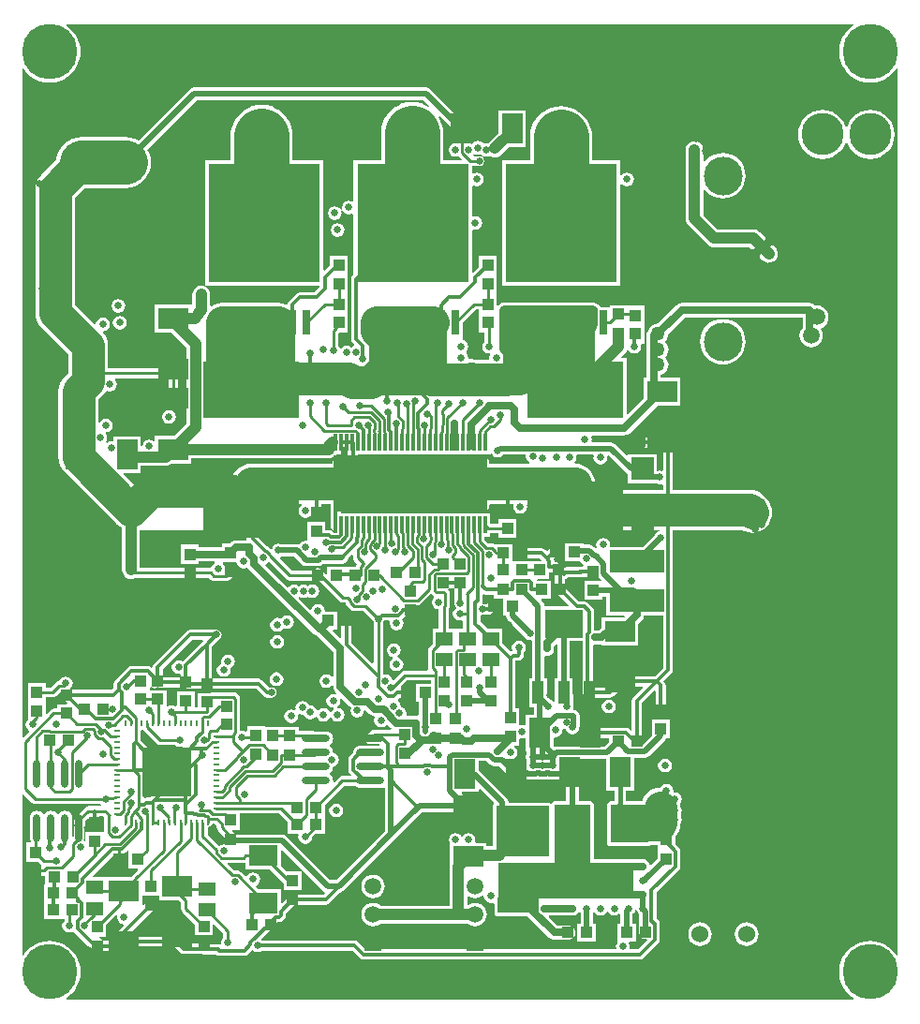
<source format=gbl>
%FSTAX23Y23*%
%MOIN*%
%SFA1B1*%

%IPPOS*%
%ADD10R,0.039370X0.043307*%
%ADD11R,0.043307X0.039370*%
%ADD12R,0.074803X0.106299*%
%ADD14R,0.106299X0.074803*%
%ADD24R,0.059055X0.051181*%
%ADD25R,0.029527X0.089960*%
%ADD26R,0.397440X0.421062*%
%ADD31R,0.137795X0.098425*%
%ADD32R,0.039370X0.078740*%
%ADD33R,0.102362X0.074803*%
%ADD34C,0.118110*%
%ADD35C,0.039370*%
%ADD36C,0.011811*%
%ADD37C,0.009843*%
%ADD38C,0.027559*%
%ADD39C,0.019685*%
%ADD40C,0.196850*%
%ADD41C,0.157480*%
%ADD43C,0.015748*%
%ADD50C,0.196850*%
%ADD51C,0.150000*%
%ADD52C,0.059055*%
%ADD53R,0.059055X0.059055*%
%ADD54C,0.137795*%
%ADD55C,0.025000*%
%ADD56C,0.060000*%
%ADD57C,0.040000*%
%ADD58C,0.027165*%
%ADD59C,0.050000*%
%ADD60C,0.023000*%
%ADD61R,0.177165X0.177165*%
%ADD62O,0.025591X0.009843*%
%ADD63O,0.009843X0.025591*%
%ADD64O,0.098425X0.027559*%
%ADD65R,0.078740X0.078740*%
%ADD66R,0.196850X0.078740*%
%ADD67R,0.344488X0.204724*%
%ADD68R,0.551180X0.200787*%
%ADD69R,0.011811X0.061024*%
%ADD70C,0.024803*%
%ADD71O,0.027559X0.098425*%
%ADD72C,0.009055*%
%ADD73C,0.007874*%
%ADD74R,0.185000X0.180000*%
%ADD75R,0.135000X0.135000*%
%ADD76R,0.130000X0.210000*%
%ADD77R,0.145000X0.055000*%
%ADD78R,0.484999X0.130000*%
%LNninja_ecu_pcb-1*%
%LPD*%
G36*
X01991Y00955D02*
X01992Y00948D01*
X01996Y00942*
X02002Y00937*
X02008Y00933*
X02015Y00931*
X0209*
X02096Y00933*
X02102Y00937*
X02137Y00971*
X02204*
X02206Y00967*
X02172Y00932*
X02168Y00926*
X02166Y0092*
Y00816*
X02162Y00814*
X02157Y00819*
X02151Y00823*
X02144Y00824*
X0202*
X02013Y00823*
X02007Y00819*
X02003Y00813*
X02002Y00806*
Y00805*
X02003Y00798*
X02007Y00792*
X02013Y00788*
X0202Y00786*
X02027Y00788*
X02027Y00788*
X02084*
Y00772*
X02069Y00758*
X01898*
X01893Y00757*
X01888Y0076*
Y00787*
X01892Y0079*
X01895Y0079*
X01904Y00792*
X01912Y00797*
X01918Y00805*
X0192Y00815*
X01919Y00818*
X01923Y00821*
X01925Y0082*
X01931Y00819*
X01932Y00815*
X01937Y00807*
X01945Y00802*
X01955Y008*
X01964Y00802*
X01972Y00807*
X01977Y00815*
X01978Y00818*
X0198Y00821*
X01982Y0083*
Y00865*
X0198Y00873*
X01975Y0088*
X01968Y00885*
X01961Y00886*
X01959Y00889*
X01958Y00892*
X01959Y009*
X01957Y00909*
X01957Y0091*
Y00939*
X01955Y00945*
Y01001*
X01946*
Y01133*
X01991*
Y00955*
G37*
G36*
X01452Y00981D02*
X01398D01*
Y00918*
X01408*
Y0087*
X01403Y00866*
X01399Y00867*
X01367*
X01364Y00871*
X01364Y00875*
X01362Y00884*
X01357Y00892*
X01349Y00897*
X01344Y00898*
X01344Y009*
X01342Y00909*
X01337Y00917*
X01334Y00919*
X01334Y00925*
X01341Y00931*
X01365*
X01371Y00933*
X01377Y00937*
X01381Y00943*
X01383Y0095*
X01381Y00956*
X01377Y00962*
X01371Y00966*
X01365Y00968*
X01348*
X01346Y00972*
X01367Y00992*
X01452*
Y00981*
G37*
G36*
X0179Y00785D02*
Y0074D01*
X01792*
Y00731*
X01792Y0073*
X0179Y0072*
X01792Y00711*
X01792Y00709*
Y007*
X01792Y00699*
X0179Y0069*
X01785Y00687*
X01773*
X01772Y00687*
X01766Y00689*
X0176Y0069*
X01755Y0069*
X01739Y00706*
X01741Y00711*
X01744Y00712*
X01752Y00717*
X01757Y00725*
X01759Y00735*
X01757Y00744*
X01752Y00752*
X01749Y00754*
X0175Y00759*
X01766*
Y00782*
X0177Y00786*
X01775Y00785*
X01784Y00787*
X01785Y00787*
X0179Y00785*
G37*
G36*
X00474Y00651D02*
X00471Y00648D01*
X0047Y00641*
X00471Y00634*
X00475Y00628*
X00481Y00624*
X00488Y00623*
X00491Y0062*
Y00613*
X00453Y00575*
X00438*
X00434Y00574*
X00429Y00578*
Y00656*
X00471*
X00474Y00651*
G37*
G36*
X00431Y00814D02*
X00477Y00767D01*
X00483Y00764*
X0049Y00762*
X00542*
X00542Y00762*
X0055Y00757*
X0056Y00755*
X00569Y00757*
X00572Y00753*
X00509Y00689*
X00507Y00691*
X00503Y00692*
X00503Y00695*
X00499Y00701*
X0042Y00779*
Y00814*
X00423Y00816*
X00429Y00817*
X00431Y00814*
G37*
G36*
X00135Y00953D02*
X00138Y00949D01*
X00138Y00948*
X00136Y00941*
X00138Y00935*
X00142Y00929*
X00158Y00913*
X00156Y00908*
X00123*
Y00892*
X0011*
X00104Y0089*
X00098Y00887*
X00086Y00874*
X00081Y00876*
Y00916*
Y00932*
X00106*
X00112Y00934*
X00118Y00937*
X00134Y00953*
X00135Y00953*
G37*
G36*
X01455Y01299D02*
X01458Y01295D01*
X01461Y01293*
X01462Y01287*
X01462Y01287*
X01457Y01279*
X01455Y0127*
X01457Y0126*
X01462Y01252*
X0147Y01247*
X0148Y01245*
X0148Y01245*
Y01177*
X01458*
Y01122*
X01447Y01111*
X01443Y01106*
X01442Y01099*
Y01035*
X01443Y01032*
X01439Y01027*
X0136*
X01353Y01025*
X01347Y01022*
X01319Y00994*
X01314Y00995*
X01313Y01*
X01308Y01008*
X013Y01013*
X0129Y01015*
X01285Y01014*
X01282Y01017*
Y01201*
X01286Y01205*
X01302*
X01306Y012*
X01305Y01195*
X01307Y01185*
X01312Y01177*
X0132Y01172*
X0133Y0117*
X01339Y01172*
X01347Y01177*
X01352Y01185*
X01354Y01195*
X01352Y01204*
X01348Y01211*
X01361Y01224*
X01361Y01225*
X0138*
X01386Y01226*
X01392Y0123*
X01396Y01236*
X01398Y01243*
X01396Y01249*
X01393Y01255*
X01393Y01257*
X01395Y0126*
X01404*
X0141Y01261*
X01416Y01265*
X0145Y01299*
X01455*
G37*
G36*
X02049Y01358D02*
X02057Y01351D01*
X02055Y01346*
X01998*
Y01279*
X02061*
Y0129*
X02074*
Y01224*
X0214*
X02142Y0122*
X02137Y01215*
X0206*
Y01181*
X02049Y0117*
X02035*
X02033Y01172*
Y01238*
X02031Y01245*
X02027Y01251*
X02011Y01267*
X02005Y01271*
X01998Y01273*
X01979*
X01929Y01322*
Y01352*
X01933Y01353*
X01939Y01357*
X0194Y01359*
X01985*
X01992Y01361*
X01993Y01361*
X0204*
X02046Y01363*
X02046Y01363*
X02049Y01358*
G37*
G36*
X02277Y01037D02*
X02247Y01008D01*
X0213*
X02123Y01006*
X02117Y01002*
X02082Y00968*
X02027*
Y01115*
X02032Y01119*
X02035Y01119*
X0206*
X0206Y01119*
Y01116*
X02189*
Y01194*
X02203Y01207*
X02207Y01213*
X02209Y01219*
X0221Y01224*
X02277*
Y01037*
G37*
G36*
X00641Y01131D02*
X00569Y01059D01*
X00564Y01062*
X00555Y01064*
X00545Y01062*
X00537Y01057*
X00532Y01049*
X0053Y0104*
X00532Y0103*
X00537Y01022*
X00545Y01017*
X00555Y01015*
X00558Y01015*
X00561Y01012*
Y01004*
X00498*
Y01032*
X00602Y01136*
X0064*
X00641Y01131*
G37*
G36*
X01902Y01119D02*
Y01001D01*
X01892*
Y00918*
X01887Y00916*
X01887Y00917*
X01879Y00922*
X01878Y00923*
X01865Y00935*
Y01001*
X01855*
Y01076*
X0186Y01079*
X01865Y01079*
X01871Y0108*
X01877Y01082*
X01883Y01086*
X01887Y01092*
X01889Y01098*
X0189Y01105*
Y01114*
X01897Y01121*
X01902Y01119*
G37*
G36*
X01068Y00244D02*
X01073Y00241D01*
X01074Y00235*
X01069Y0023*
X0096*
X00953Y00229*
X00947Y00225*
X00922Y002*
X00917Y00202*
Y00249*
X00838*
X0083Y00257*
X00831Y00263*
X00837Y00267*
X00842Y00275*
X00844Y00285*
X00842Y00294*
X00837Y00302*
X00829Y00307*
X0082Y00309*
X0081Y00307*
X00802Y00302*
X00798Y00296*
X00792Y00295*
X00776Y00311*
X00771Y00314*
X00764Y00316*
X00752*
X00728Y00339*
X0073Y00344*
X00784*
X00787Y00345*
X00792Y00341*
Y0032*
X00878*
X00928Y0027*
Y00245*
X00991*
Y00312*
X00937*
X00917Y00331*
Y00388*
X00922Y0039*
X01068Y00244*
G37*
G36*
X02076Y006D02*
X02106D01*
Y00562*
X0209*
X02085Y00561*
X02081Y00558*
X02078Y00554*
X02077Y0055*
Y00415*
X02078Y0041*
X02081Y00406*
X02085Y00403*
X0209Y00402*
X02225*
X02229Y00403*
X02233Y00406*
X02233Y00406*
X02258*
Y00396*
Y00391*
Y00359*
X02234Y00335*
X02233Y00336*
X02229Y00338*
X02227Y00343*
X02223Y00349*
X02217Y00353*
X02211Y00355*
X02205Y00356*
X02176*
X02175Y00357*
X02032*
Y0055*
X02031Y00554*
X02028Y00558*
X02024Y00561*
X0202Y00562*
X01977*
Y00641*
X01977Y00642*
X01979Y00648*
X0198Y00655*
X01979Y00661*
X01977Y00667*
X01973Y00673*
X01963Y00683*
X01957Y00687*
X01951Y00689*
X01945Y0069*
X01938Y00689*
X01932Y00687*
X01927Y00683*
X01912*
X01909Y00687*
X01909Y0069*
X01907Y00699*
X01907Y007*
Y00709*
X01907Y00711*
X01908Y00713*
X02076*
Y006*
G37*
G36*
X00336Y00155D02*
X00335Y0015D01*
X00337Y0014*
X00342Y00132*
X0035Y00127*
X00355Y00126*
X00357Y0012*
X00347Y0011*
X00343Y00104*
X00341Y00098*
Y0007*
X00337Y00066*
X00281*
X00281Y00066*
X00277Y00072*
X00272Y00076*
X00272Y00076*
X00273Y00081*
X00296*
Y00122*
X00331Y00157*
X00336Y00155*
G37*
G36*
X02184Y00172D02*
X02189Y00165D01*
X02192Y00161*
Y00095*
X02194Y00086*
X02199Y00079*
X02206Y00074*
X02215Y00072*
X02219Y00073*
X02221Y00069*
X02189Y00036*
X02162*
X02158Y0004*
X02159Y00045*
X02157Y00054*
X02155Y00058*
X02157Y00063*
X02181*
Y00126*
X0217*
Y00162*
X02172Y00163*
X02177Y00171*
X02178Y00176*
X02183*
X02184Y00172*
G37*
G36*
X00485Y00211D02*
X00555D01*
X00562Y00204*
Y00179*
X00564Y00172*
X00567Y00167*
X00613Y00121*
Y00085*
X00676*
Y00122*
X00681Y00124*
X00712Y00092*
Y00077*
X00712Y00077*
X00707Y00069*
X00705Y0006*
X00706Y00055*
X00701Y00052*
X00694Y00053*
X00653*
X00651Y00054*
X00645Y00056*
X00579*
X00559Y00075*
X00553Y00079*
X00546Y00081*
X00378*
Y0009*
X00467Y0018*
X00471Y00186*
X00473Y00193*
X00471Y00199*
X00467Y00205*
X00461Y00209*
X00455Y00211*
X00448Y00209*
X00442Y00205*
X00428Y00192*
X00424Y00195*
Y00226*
X00485*
Y00211*
G37*
G36*
X00376Y00385D02*
Y00323D01*
X00407*
X00409Y00318*
X00387Y00297*
X00385Y00293*
X00252*
X0025Y00298*
X00321Y00368*
X00326Y00366*
Y00355*
X00327Y00348*
X00331Y00342*
X00336Y00339*
X00343Y00337*
X00349Y00339*
X00355Y00342*
X00358Y00348*
X0036Y00355*
Y00377*
X00364Y0038*
X00372Y00387*
X00376Y00385*
G37*
G36*
X00289Y00507D02*
Y00457D01*
X00286Y00453*
X00285*
X00223*
Y00424*
X00219Y00421*
X00218Y00422*
X00215Y00424*
X00217Y0043*
Y00468*
X00216Y0047*
X00218Y00472*
X00222Y00477*
X00223Y00484*
X00222Y0049*
X00221Y00492*
X00232Y00503*
X00236Y00501*
Y00486*
X00238Y0048*
X00242Y00474*
X00248Y0047*
X00255Y00468*
X00261Y0047*
X00267Y00474*
X00271Y0048*
X00273Y00486*
Y00511*
X00285*
X00289Y00507*
G37*
G36*
X01662Y00694D02*
X01669Y00689D01*
X01677Y00688*
X01695*
X0173Y00653*
X0173Y00653*
X01732Y00647*
X01736Y00641*
X01742Y00637*
X01748Y00635*
X01755Y00634*
X01761Y00635*
X01767Y00637*
X01773Y00641*
X01774Y00642*
X01782*
X01784Y00641*
X01793Y00639*
X01826*
X0183Y0064*
X01834*
X01838Y00639*
X01861*
X01865Y0064*
X01869*
X01873Y00639*
X01932*
Y00562*
X0189*
X01885Y00561*
X01881Y00558*
X01878Y00554*
X01874Y00556*
X0187Y00557*
X01727*
Y0056*
X01725Y00568*
X0172Y00575*
X01623Y00673*
Y00706*
X01649*
X01662Y00694*
G37*
G36*
X01182Y00616D02*
X01188Y00612D01*
X01194Y0061*
X01201Y00609*
X01271*
X01278Y0061*
X01282Y00611*
X01287Y00609*
Y00454*
X01115Y00282*
X01093*
X00937Y00438*
X0093Y00442*
X00922Y00444*
X00755*
X00752Y00449*
X00744Y00456*
X00746Y00461*
X00771*
Y00519*
X0091*
X00941Y00489*
Y00448*
X00979*
X00981Y00443*
X0098Y00435*
X00982Y00425*
X00987Y00417*
X00995Y00412*
X01005Y0041*
X01014Y00412*
X01022Y00417*
X01027Y00425*
X01029Y00435*
X01029Y00435*
X01042Y00448*
X01075*
Y00508*
Y00549*
X01143Y00617*
X01181*
X01182Y00616*
G37*
G36*
X01676Y00556D02*
X01676Y00553D01*
X01673Y00549*
X01672Y00545*
Y00402*
X01649*
Y00414*
X01612*
X01608Y00419*
X01609Y00425*
X01607Y00434*
X01602Y00442*
X01594Y00447*
X01585Y00449*
X01575Y00447*
X01567Y00442*
X01565Y00438*
X0156*
X01557Y00442*
X01549Y00447*
X0154Y00449*
X0153Y00447*
X01522Y00442*
X01517Y00434*
X01515Y00425*
X01517Y00415*
X0152Y00411*
Y0034*
X01518Y00337*
X01517Y00329*
Y00191*
X01272*
X01267Y00196*
X01257Y002*
X01246Y00201*
X01235Y002*
X01225Y00196*
X01216Y00189*
X0121Y0018*
X01205Y0017*
X01204Y0016*
X01205Y00149*
X0121Y00139*
X01216Y0013*
X01225Y00123*
X01235Y00119*
X01246Y00118*
X01257Y00119*
X01267Y00123*
X01272Y00128*
X01583*
X01589Y00123*
X01599Y00119*
X0161Y00118*
X0162Y00119*
X0163Y00123*
X01639Y0013*
X01646Y00139*
X0165Y00149*
X01651Y0016*
X0165Y0017*
X01646Y0018*
X01639Y00189*
X0163Y00196*
X0162Y002*
X0161Y00201*
X01599Y002*
X01589Y00196*
X01586Y00193*
X01581Y00196*
Y00224*
X01585Y00226*
X01589Y00223*
X01599Y00219*
X0161Y00218*
X0162Y00219*
X0163Y00223*
X01635Y00227*
X0164Y00225*
X01642Y00215*
X01647Y00207*
X01655Y00202*
X01665Y002*
X01672Y00201*
X01677Y00198*
Y00165*
X01678Y0016*
X01681Y00156*
X01685Y00153*
X0169Y00152*
X01796*
X01872Y00076*
X01878Y00072*
X01884Y0007*
X01891Y00069*
X0194*
X01946Y0007*
X01952Y00072*
X01958Y00076*
X01962Y00082*
X01964Y00088*
X01965Y00095*
X01964Y00101*
X01962Y00107*
X01958Y00113*
X01952Y00117*
X01946Y00119*
X0194Y0012*
X01901*
X01871Y0015*
X01873Y00155*
X01955*
X01961Y00156*
X01967Y00158*
X01973Y00162*
X01976Y00167*
X0198Y00167*
X01982Y00167*
X01984Y00165*
Y00126*
X01973*
Y00063*
X0204*
Y00126*
X02029*
Y00167*
X02034Y00168*
X02037Y00163*
X02045Y00158*
X02055Y00156*
X02064Y00158*
X02072Y00163*
X02077Y0017*
X02079Y00171*
X0208*
X02082Y0017*
X02087Y00163*
X02095Y00158*
X02105Y00156*
X02114Y00158*
X0212Y00162*
X02125Y0016*
Y00126*
X02114*
Y00063*
X02114Y00058*
X02112Y00054*
X0211Y00045*
X02111Y0004*
X02107Y00036*
X01219*
X01193Y00062*
X01187Y00066*
X0118Y00068*
X00851*
X0085Y00068*
X00849Y00073*
X00882Y00106*
X00888Y00107*
X00894Y00111*
X00898Y00117*
X00899Y00124*
Y00126*
X00905Y00132*
X00911*
X00918Y00134*
X00923Y00137*
X0093Y00144*
X00934Y0015*
X00936Y00157*
Y00162*
X00967Y00194*
X01077*
X01084Y00195*
X0109Y00199*
X01129Y00238*
X01133Y00239*
X0114Y00244*
X01325Y00429*
X0142Y00524*
X01585*
X01593Y00525*
X016Y0053*
X01605Y00537*
X01607Y00546*
Y0056*
X01605Y00568*
X016Y00575*
X01593Y0058*
X01585Y00582*
X0157*
X01561Y0059*
X01563Y00595*
X01623*
Y00604*
X01627Y00606*
X01676Y00556*
G37*
G36*
X0069Y00477D02*
Y00469D01*
X00691Y00462*
X00695Y00457*
X00719Y00433*
X00717Y00428*
X00719Y00419*
X00723Y00413*
X00723Y0041*
X00721Y00408*
X00715Y00409*
X00705Y00407*
X00698Y00403*
X00657Y00444*
Y00469*
X00659Y00471*
X00666Y00473*
X00671Y00476*
X00675Y00482*
X00675Y00484*
X00683*
X0069Y00477*
G37*
G36*
X01536Y01265D02*
X01538Y01258D01*
X01542Y01252*
Y0125*
X01537Y01247*
X01532Y01239*
X0153Y0123*
X01532Y0122*
X01537Y01212*
X01545Y01207*
X01555Y01205*
X0156Y01206*
X01565Y01202*
Y01177*
X01514*
Y01247*
X01515Y01248*
X01519Y01253*
X0152Y0126*
Y01301*
X01519Y01308*
X01515Y01313*
X01512Y01316*
X01514Y01321*
X01536*
Y01265*
G37*
G36*
X01893Y016D02*
X01894Y01586D01*
X01898Y01572*
X01905Y0156*
X01914Y01549*
X01925Y0154*
X01937Y01534*
X0195Y0153*
X01964Y01528*
X02264*
X02264Y01523*
X0226Y01522*
X02252Y01517*
X02247Y01509*
X02246Y01508*
X02205Y01467*
X02092*
X02088Y0147*
X02089Y01475*
X02087Y01484*
X02082Y01492*
X02074Y01497*
X02065Y01499*
X02055Y01497*
X02047Y01492*
X02042Y01484*
X0204Y01475*
X02041Y01466*
X02039Y01464*
X02037Y01463*
X02032Y01468*
X02025Y01473*
X02016Y01475*
X01995*
Y01481*
X01928*
Y01418*
X01981*
X01982Y01415*
X01987Y01407*
X01994Y01403*
X01992Y01398*
X01983*
X01976Y01396*
X01975Y01396*
X01934*
X01927Y01394*
X01924Y01393*
X01924*
X01909Y01408*
X01903Y01412*
X01896Y01413*
X01891*
Y01418*
X0189Y01425*
X01889Y01426*
X01895Y01432*
X01901Y01433*
X01907Y01437*
X01911Y01443*
X01913Y0145*
X01911Y01456*
X01907Y01462*
X01901Y01466*
X01895Y01468*
X01888*
X01881Y01466*
X01875Y01462*
X01865Y01452*
X01859Y01457*
X01853Y01461*
X01846Y01463*
X01775*
X01768Y01461*
X01762Y01457*
X01758Y01451*
X01756Y01445*
X01758Y01438*
X01762Y01432*
X01768Y01428*
X01775Y01426*
X01839*
X01845Y01421*
X01843Y01416*
X01741*
X01741Y01421*
Y01476*
X0168*
X01676Y01479*
X01669Y0148*
X01654*
X01642Y01492*
Y01502*
X01662*
Y01516*
X01693*
Y01499*
X01756*
Y01566*
X01693*
Y0155*
X01663*
X01662Y01551*
Y01587*
X01131*
Y01592*
X01637*
X01645Y01594*
X01652Y01599*
X01657Y01606*
X01659Y01615*
X01658Y01617*
X01661Y01621*
X01706*
Y016*
X01708Y01593*
X01712Y01587*
X01718Y01583*
X01725Y01581*
X01731Y01583*
X01737Y01587*
X01741Y01593*
X01742Y01598*
X01747Y01599*
X01752Y01592*
X0176Y01587*
X0177Y01585*
X01779Y01587*
X01787Y01592*
X01792Y016*
X01794Y0161*
X01793Y01616*
X01797Y01621*
X01893*
Y016*
G37*
G36*
X01156Y0179D02*
X01125D01*
X01116Y01788*
X01109Y01784*
X01104Y01776*
X01103Y01768*
X01103Y01767*
X011Y01763*
X00812*
X00798Y01762*
X00784Y01758*
X00772Y01751*
X00761Y01742*
X00752Y01732*
X00746Y01719*
X00742Y01706*
X0074Y01692*
Y01671*
X00413*
X00358Y01725*
X0036Y0173*
X0042*
Y01755*
X00507*
X00516Y01756*
X00523Y01759*
X0053Y01764*
X0053Y01764*
X00599*
Y01782*
X01087*
X01095Y01783*
X01103Y01786*
X01109Y01791*
X01114Y01797*
X01131*
Y0182*
X01133Y01821*
X01134Y01822*
X01156*
Y0179*
G37*
G36*
X00794Y01503D02*
X00796Y01496D01*
X00796Y01495*
X00794Y0149*
X00758*
X00751Y01489*
X00745Y01487*
X00739Y01483*
X00736Y0148*
X00708*
Y01467*
X00626*
Y01475*
X00563*
Y01408*
X00626*
Y01416*
X00681*
X00682Y01411*
X00677Y01407*
X00672Y01399*
X0067Y01391*
X00667Y01392*
X00416*
Y01528*
X00794*
Y01503*
G37*
G36*
X01095Y01545D02*
X01096Y01538D01*
X011Y01532*
X01106Y01528*
X01113Y01526*
X01115Y01525*
Y0152*
X01104*
X01102Y01521*
X01097Y01525*
X0109Y01527*
X01076*
Y01556*
X01013*
Y01493*
X01008Y01489*
X01005Y01489*
X00995Y01487*
X00987Y01482*
X00982Y01475*
X00974Y01477*
X0092*
X00919Y01477*
X0091Y01479*
X009Y01477*
X00892Y01472*
X00887Y01464*
X00886Y01461*
X00881Y0146*
X00876Y01465*
X00871Y01469*
X00869Y01469*
X00829Y0151*
Y01531*
X00839Y01534*
X00851Y0154*
X00862Y01549*
X00871Y0156*
X00877Y01572*
X00881Y01586*
X00883Y016*
Y01621*
X00991*
X00993Y01616*
X00987Y01612*
X00982Y01604*
X0098Y01595*
X00982Y01585*
X00987Y01577*
X00995Y01572*
X01005Y0157*
X01014Y01572*
X01022Y01577*
X01024Y0158*
X0103*
X01032Y01577*
X01038Y01573*
X01045Y01571*
X01051Y01573*
X01057Y01577*
X01061Y01583*
X01063Y0159*
Y01621*
X01095*
Y01545*
G37*
G36*
X01672Y01792D02*
X0168Y01787D01*
X0169Y01785*
X01699Y01787*
X01707Y01792*
X0171Y01796*
X01787*
X0179Y01792*
X0179Y0179*
X01792Y0178*
X01797Y01772*
X01802Y01768*
X01801Y01763*
X01662*
X01658Y01767*
X01659Y01768*
X01657Y01776*
X01652Y01784*
X01645Y01788*
X01637Y0179*
X01192*
Y01797*
X01536*
X01536Y01797*
X01537Y01797*
X01662*
Y01798*
X01663Y01798*
X01667Y01799*
X01672Y01792*
G37*
G36*
X01623Y02303D02*
Y02298D01*
Y02231*
X01642*
Y02198*
X01641Y02198*
X01636Y0219*
X01634Y0218*
X01636Y02171*
X01641Y02163*
X01649Y02157*
X01659Y02155*
X01661Y02156*
X01663Y02152*
X01662Y02149*
X0166Y0214*
X0166Y02137*
X01657Y02133*
X01614*
X0161Y02134*
X01596Y02136*
X01594*
X01587Y02135*
X01584Y02139*
X01584Y0214*
X01582Y02149*
X01577Y02157*
Y02162*
X01582Y0217*
X01584Y0218*
X01582Y02189*
X01577Y02197*
X01569Y02202*
X01565Y02203*
X01564Y02208*
Y02267*
X01611Y02314*
X01623*
Y02303*
G37*
G36*
X02031Y01791D02*
X0203Y01785D01*
X02032Y01775*
X02037Y01767*
X02045Y01762*
X02055Y0176*
X02064Y01762*
X02072Y01767*
X02077Y01775*
X02079Y01785*
X02079Y01787*
X02083Y01792*
X02085Y01792*
X02149Y01729*
X02153Y01726*
Y01693*
X0223*
X02235Y01692*
X02254*
X02255Y01692*
X02265Y0169*
X02272Y01691*
X02277Y01688*
Y01671*
X02035*
Y01692*
X02034Y01706*
X0203Y01719*
X02023Y01732*
X02015Y01742*
X02004Y01751*
X01992Y01758*
X01978Y01762*
X01965Y01763*
X01964Y01764*
X01964Y01765*
X01963Y01768*
X01967Y01775*
X01969Y01785*
X01968Y01791*
X01972Y01796*
X02027*
X02031Y01791*
G37*
G36*
X01544Y02939D02*
X01546Y02938D01*
Y02907*
X01542Y02904*
X0154Y02904*
X0153Y02902*
X01522Y02897*
X01517Y02889*
X01515Y0288*
X01517Y0287*
X01522Y02862*
X0153Y02857*
X0154Y02855*
X01549Y02857*
X01551Y02858*
X01551Y02858*
X01561Y02847*
X01559Y02843*
X01495*
Y0294*
X01494Y02957*
X0149Y02974*
X01483Y0299*
X01478Y02997*
X01482Y03001*
X01544Y02939*
G37*
G36*
X00937Y01352D02*
X00943Y01349D01*
X0095Y01347*
X0105*
X01052Y01348*
X01125Y01275*
X01131Y01271*
X01137Y0127*
X01147*
X01149Y01268*
X0115Y01263*
X01154Y01258*
X01168Y01244*
X01173Y0124*
X0118Y01239*
X01211*
X01247Y01202*
Y01055*
X01243Y01053*
X01169Y01126*
Y01205*
X01168Y01211*
X01164Y01217*
X01158Y01221*
X01151Y01223*
X01145Y01221*
X01139Y01217*
X01135Y01211*
X01133Y01205*
Y01144*
X01129Y01142*
X01102Y01168*
X01104Y01173*
X01118*
Y01236*
X01077*
X01074Y0124*
X01072Y01249*
X01067Y01257*
X01059Y01262*
X0105Y01264*
X0104Y01262*
X01032Y01257*
X01027Y01249*
X01026Y01245*
X01021Y01244*
X00982Y01283*
X00983Y01289*
X00985Y01289*
X00989Y01287*
X00999Y01285*
X01008Y01287*
X01014Y01291*
X0102Y01287*
X0103Y01285*
X01039Y01287*
X01047Y01292*
X01052Y013*
X01054Y0131*
X01052Y01319*
X01047Y01327*
X01039Y01332*
X0103Y01334*
X0102Y01332*
X01014Y01328*
X01008Y01332*
X00999Y01334*
X00989Y01332*
X00982Y01327*
X00974Y01332*
X00965Y01334*
X00955Y01332*
X00947Y01327*
X00946Y01325*
X00941Y01324*
X00863Y01402*
X00865Y01407*
X00872Y01412*
X00872Y01412*
X00877Y01413*
X00937Y01352*
G37*
G36*
X01174Y01437D02*
Y0143D01*
X01175Y01423*
X01179Y01418*
X01189Y01407*
X01189Y01407*
X01185Y01402*
X01184Y01396*
X01083*
Y01372*
X01078Y0137*
X01062Y01387*
X01056Y0139*
X0105Y01392*
X01043Y0139*
X01037Y01387*
X01034Y01382*
X00957*
X00913Y01425*
X00914Y01431*
X00919Y01432*
X0092Y01432*
X00965*
X00992Y01406*
X00999Y01401*
X01008Y01399*
X01051*
X0106Y01401*
X01067Y01406*
X01069Y01408*
X01136*
X01145Y0141*
X01152Y01414*
X01156Y01421*
X01158Y01427*
X01169Y01439*
X01174Y01437*
G37*
G36*
X01643Y01298D02*
X0165Y01296D01*
X01676*
Y01283*
X01708*
Y01223*
X01719*
Y01223*
X01721Y01214*
X01726Y01207*
X01781Y01151*
X01782Y0115*
X01787Y01142*
X01795Y01137*
X01805Y01135*
X01807Y01135*
X01811Y01132*
Y01001*
X01802*
Y00898*
X01817*
Y00869*
X0179*
Y00834*
X01785Y00832*
X01784Y00832*
X01775Y00834*
X0177Y00833*
X01766Y00837*
Y00893*
X01753*
Y01062*
X01753Y01063*
X01761*
X01768Y01064*
X01774Y01068*
X01777Y01072*
X01781Y01078*
X01783Y01085*
Y01093*
X01787Y011*
X01789Y0111*
X01787Y01119*
X01782Y01127*
X01774Y01132*
X01765Y01134*
X01755Y01132*
X01747Y01127*
X01742Y01119*
X0174Y0111*
X01742Y011*
X01738Y01097*
X01735Y01095*
X01706Y01124*
Y01177*
X01653*
X01628Y01202*
Y01224*
X01632Y01227*
X01635Y01226*
X01655*
X01661Y01228*
X01667Y01232*
X01672Y01237*
X01675Y01236*
X01681Y01238*
X01687Y01242*
X01691Y01248*
X01693Y01255*
X01691Y01261*
X01687Y01267*
X01682Y01272*
X01676Y01276*
X0167Y01278*
X01663Y01276*
X01657Y01272*
X01647Y01263*
X01636*
X01634Y01266*
X01633Y01267*
X01634Y01269*
X01636Y01276*
Y01296*
X01641Y01299*
X01643Y01298*
G37*
G36*
X01893Y01372D02*
Y01315D01*
X01895Y01308*
X01899Y01302*
X01941Y01259*
X01939Y01255*
X01855*
Y01258*
X01854Y01266*
X01849Y01273*
X01844Y01278*
X01846Y01283*
X01878*
Y01346*
X0183*
X01829Y01348*
X01832Y01353*
X01873*
Y01377*
X01873Y01377*
X01889*
X01893Y01372*
G37*
G36*
X02955Y03323D02*
X0295Y03319D01*
X02936Y03308*
X02925Y03294*
X02916Y0328*
X02909Y03264*
X02905Y03247*
X02904Y0323*
X02905Y03212*
X02909Y03195*
X02916Y03179*
X02925Y03165*
X02936Y03151*
X0295Y0314*
X02964Y03131*
X0298Y03124*
X02997Y0312*
X03015Y03119*
X03032Y0312*
X03049Y03124*
X03065Y03131*
X03079Y0314*
X03093Y03151*
X03104Y03165*
X03108Y0317*
X03112Y03169*
Y00015*
X03108Y00014*
X03104Y00019*
X03093Y00033*
X03079Y00044*
X03065Y00053*
X03049Y0006*
X03032Y00064*
X03015Y00065*
X02997Y00064*
X0298Y0006*
X02964Y00053*
X0295Y00044*
X02936Y00033*
X02925Y00019*
X02916Y00005*
X02909Y-0001*
X02905Y-00027*
X02904Y-00045*
X02905Y-00062*
X02909Y-00079*
X02916Y-00095*
X02925Y-00109*
X02936Y-00123*
X0295Y-00134*
X02955Y-00138*
X02954Y-00142*
X00155*
X00154Y-00138*
X00159Y-00134*
X00173Y-00123*
X00184Y-00109*
X00193Y-00095*
X002Y-00079*
X00204Y-00062*
X00205Y-00045*
X00204Y-00027*
X002Y-0001*
X00193Y00005*
X00184Y00019*
X00173Y00033*
X00159Y00044*
X00145Y00053*
X00129Y0006*
X00112Y00064*
X00095Y00065*
X00077Y00064*
X0006Y0006*
X00044Y00053*
X0003Y00044*
X00016Y00033*
X00005Y00019*
X00001Y00014*
X-00002Y00015*
Y00586*
X00002Y00588*
X00032Y00557*
X00038Y00554*
X00045Y00552*
X00275*
X00277Y0055*
X00275Y00545*
X0026*
X00255Y00546*
X00249Y00545*
X00233*
X00227Y00544*
X00221Y0054*
X00187Y00507*
X00184Y00501*
X00182Y00495*
Y00484*
X00184Y00477*
X00185Y00476*
X00184Y00475*
X00182Y00468*
Y00439*
X0018Y00437*
X00175Y0044*
Y00503*
X00174Y0051*
X00172Y00516*
X00168Y00522*
X00162Y00526*
X00156Y00528*
X0015Y00529*
X00143Y00528*
X00137Y00526*
X00131Y00522*
X00127Y00516*
X00122*
X00118Y00522*
X00112Y00526*
X00106Y00528*
X001Y00529*
X00093Y00528*
X00087Y00526*
X00081Y00522*
X00077Y00516*
X00072*
X00068Y00522*
X00062Y00526*
X00056Y00528*
X0005Y00529*
X00043Y00528*
X00037Y00526*
X00031Y00522*
X00027Y00516*
X00025Y0051*
X00024Y00503*
Y00433*
X00025Y00426*
X00027Y0042*
X00026Y00415*
X00013*
Y00348*
X00054*
X00064Y00337*
X00066Y00337*
X00064Y00332*
X00045*
X00038Y0033*
X00032Y00327*
X00029Y00321*
X00027Y00315*
X00029Y00308*
X00032Y00302*
X00038Y00299*
X00045Y00297*
X00074*
X00077Y00295*
Y00266*
X00074*
Y00203*
Y00143*
X00141*
X00147*
Y00137*
X00147Y00137*
X00142Y00129*
X0014Y0012*
X00142Y0011*
X00147Y00102*
X00155Y00097*
X00165Y00095*
X00174Y00097*
X0018Y001*
X00182Y00097*
X00232Y00047*
X00238Y00043*
X00245Y00041*
X00248*
X00248Y00041*
X00252Y00035*
X00258Y00031*
X00265Y0003*
X00344*
X00351Y00031*
X00357Y00035*
X00367Y00045*
X00539*
X00559Y00025*
X00565Y00021*
X00571Y0002*
X00638*
X0064Y00018*
X00647Y00017*
X00687*
X00692Y00013*
X00699Y00012*
X00788*
X00795Y00013*
X00801Y00017*
X00815Y00032*
X00817Y00032*
X00825Y00027*
X00835Y00025*
X00844Y00027*
X00851Y00031*
X01172*
X01199Y00005*
X01204Y00001*
X01211Y0*
X02196*
X02203Y00001*
X02209Y00005*
X02261Y00057*
X02265Y00063*
X02266Y0007*
Y00126*
X02265Y00133*
X02261Y00139*
X02254Y00145*
Y00239*
X02334Y00318*
X02338Y00324*
X02339Y00331*
Y00384*
X02338Y00391*
X02334Y00397*
X02321Y0041*
Y00436*
X02329Y00445*
X02335Y00457*
X02339Y00471*
X0234Y00482*
X02342Y00485*
X02344Y00495*
X02342Y00504*
X02341Y00507*
Y00517*
X02342Y0052*
X02344Y0053*
X02342Y00539*
X0234Y00542*
X02339Y00553*
X02339Y00555*
X02342Y0056*
X02344Y0057*
X02342Y00579*
X02337Y00587*
X02329Y00592*
X0232Y00594*
X02318Y00594*
X02314Y00598*
X02314Y006*
X02312Y00609*
X02307Y00617*
X02299Y00622*
X0229Y00624*
X0228Y00622*
X02272Y00617*
X02268Y00611*
X02256Y00609*
X02242Y00605*
X0223Y00599*
X02219Y0059*
X0221Y00579*
X02204Y00567*
X02202Y00562*
X02146*
Y006*
X02175*
Y00717*
X02213*
X02221Y00719*
X02228Y00723*
X02285Y0078*
X02289Y00786*
X02301*
Y00853*
X02238*
Y00795*
X02207Y00764*
X02205Y00765*
X02204Y00765*
X02202Y0077*
X02203Y00775*
Y00912*
X02247Y00956*
X02251Y00954*
Y00886*
X02253Y0088*
X02257Y00874*
X02263Y0087*
X0227Y00868*
X02276Y0087*
X02282Y00874*
X02286Y0088*
X02288Y00886*
Y00975*
X02286Y00981*
X02282Y00987*
X0228Y0099*
X02308Y01017*
X02312Y01023*
X02313Y0103*
Y01528*
X02559*
X02567Y01524*
X02581Y0152*
X02595Y01518*
X02608Y0152*
X02622Y01524*
X02634Y0153*
X02645Y01539*
X02654Y0155*
X0266Y01562*
X02664Y01576*
X02666Y0159*
X02664Y01603*
X0266Y01617*
X02654Y01629*
X02645Y0164*
X02635Y0165*
X02624Y01659*
X02612Y01665*
X02598Y01669*
X02585Y01671*
X02313*
Y01819*
X02312Y01826*
X02308Y01832*
X02287Y01852*
X02281Y01856*
X02275Y01858*
X0219*
X02183Y01856*
X02177Y01852*
X02173Y01846*
X02171Y0184*
X02173Y01833*
X02177Y01827*
X02183Y01823*
X0219Y01821*
X02267*
X02277Y01812*
Y01741*
X02272Y01738*
X02265Y01739*
X0226Y01738*
X02256Y01741*
Y01796*
X02153*
Y01793*
X02149Y01792*
X02107Y01833*
X021Y01838*
X02091Y0184*
X02027*
X02023Y01845*
X02024Y0185*
X02022Y01859*
X02022Y0186*
X02025Y01864*
X0214*
X02146Y01865*
X02152Y01867*
X02158Y01871*
X02258Y01971*
X02339*
Y0207*
X0227*
Y02079*
X02278Y02082*
X02286Y02088*
X02292Y02096*
X02295Y02105*
X02297Y02115*
X02295Y02124*
X02292Y02133*
X02288Y02138*
X02286Y02142*
X02288Y02146*
X02292Y02151*
X02295Y0216*
X02297Y0217*
X02295Y02179*
X02292Y02188*
X02286Y02196*
Y02198*
X02292Y02206*
X02295Y02215*
X02297Y02225*
X02297Y02225*
X02355Y02284*
X02489*
X0249Y02279*
X02487Y02278*
X02475Y02277*
X0246Y02273*
X02446Y02265*
X02433Y02255*
X02423Y02243*
X02416Y02229*
X02411Y02214*
X02409Y02198*
X02411Y02182*
X02416Y02167*
X02423Y02153*
X02433Y0214*
X02446Y0213*
X0246Y02123*
X02475Y02118*
X02491Y02117*
X02506Y02118*
X02522Y02123*
X02536Y0213*
X02548Y0214*
X02558Y02153*
X02565Y02167*
X0257Y02182*
X02572Y02198*
X0257Y02214*
X02565Y02229*
X02558Y02243*
X02548Y02255*
X02536Y02265*
X02522Y02273*
X02506Y02277*
X02494Y02278*
X02492Y02279*
X02492Y02284*
X02774*
Y02247*
X02768Y0224*
X02764Y0223*
X02763Y0222*
X02764Y02209*
X02768Y02199*
X02775Y0219*
X02784Y02183*
X02794Y02179*
X02805Y02178*
X02815Y02179*
X02825Y02183*
X02834Y0219*
X02841Y02199*
X02845Y02209*
X02846Y0222*
X02845Y0223*
X02841Y0224*
X0284Y02242*
X02841Y02247*
X02845Y02248*
X02854Y02255*
X02861Y02264*
X02865Y02274*
X02866Y02285*
X02865Y02295*
X02861Y02305*
X02854Y02314*
X02845Y02321*
X02835Y02325*
X02825Y02326*
X0282Y02326*
X02818Y02328*
X02812Y02332*
X02806Y02334*
X028Y02335*
X02345*
X02338Y02334*
X02332Y02332*
X02326Y02328*
X0226Y02262*
X0226Y02262*
X0225Y0226*
X02241Y02257*
X02233Y02251*
X02227Y02243*
X02224Y02235*
X02222Y02232*
X0222Y02226*
X02219Y0222*
Y0221*
Y0207*
X0221*
Y01996*
X02153Y01939*
X02148Y01941*
Y02139*
X0213*
X02128Y02143*
X02142Y02157*
X02147Y02164*
X02148Y02166*
X02154Y02167*
X02157Y02162*
X02165Y02157*
X02175Y02155*
X02184Y02157*
X02192Y02162*
X02197Y0217*
X02199Y0218*
X02198Y02186*
X02202Y02191*
X02202Y02191*
X02211*
Y02253*
Y02258*
Y02325*
X02151*
Y02328*
X02088*
Y02321*
X02055*
X02055Y02321*
X02051Y02327*
X02045Y02331*
X0204Y02332*
X02032Y02335*
X02024Y02336*
X01715*
X01706Y02335*
X01699Y02332*
X01692Y02327*
X01691Y02326*
X01686Y02327*
Y02365*
Y02369*
Y02436*
Y02441*
Y02503*
X01623*
Y02464*
X01602Y02443*
X01598Y02445*
Y02593*
X01603Y02596*
X0161Y02595*
X01619Y02597*
X01627Y02602*
X01632Y0261*
X01634Y0262*
X01632Y02629*
X01627Y02637*
X01619Y02642*
X0161Y02644*
X01603Y02643*
X01598Y02646*
Y02751*
X01602Y02754*
X01605Y02752*
X01615Y0275*
X01624Y02752*
X01632Y02757*
X01637Y02765*
X01639Y02775*
X01637Y02784*
X01632Y02792*
X01624Y02797*
X01615Y02799*
X01605Y02797*
X01602Y02795*
X01598Y02798*
Y02822*
X01625*
X01631Y02824*
X01637Y02827*
X0164Y02833*
X01642Y0284*
X0164Y02846*
X01637Y02852*
X01631Y02855*
X01625Y02857*
X01605*
X01603Y02862*
X01604Y02862*
X01607Y02866*
X0161Y02864*
X0162Y02862*
X01629Y02864*
X0163Y02865*
X01632Y02862*
X0164Y02857*
X0165Y02855*
X01659Y02857*
X01662Y02858*
X01664Y02857*
X01671Y02854*
X0168Y02853*
X01688Y02854*
X01695Y02857*
X01702Y02862*
X01729Y0289*
X0179*
Y03019*
X01691*
Y02941*
X01657Y02907*
X01654Y02903*
X0165Y02904*
X0164Y02902*
X01639Y02902*
X01637Y02905*
X01629Y0291*
X0162Y02912*
X0161Y0291*
X01602Y02905*
X01599Y029*
X01596Y02902*
X01586Y02904*
X01584Y02904*
X0158Y02907*
Y02946*
X01582Y02955*
X0158Y02963*
X01575Y0297*
X0145Y03095*
X01443Y031*
X01435Y03102*
X0061*
X00601Y031*
X00594Y03095*
X00411Y02912*
X00399Y02919*
X00382Y02924*
X00365Y02925*
X0021*
X00192Y02924*
X00175Y02919*
X00159Y0291*
X00145Y02899*
X00134Y02885*
X00125Y02869*
X0012Y02852*
X0012Y02845*
X00065Y0279*
X00056Y0278*
X00049Y02767*
X00045Y02754*
X00044Y0274*
Y02299*
X00045Y02286*
X00049Y02272*
X00056Y0226*
X00065Y02249*
X00161Y02153*
Y02085*
X00159Y02083*
X00152Y02077*
X00147Y02072*
X00138Y02061*
X00131Y02049*
X00127Y02035*
X00126Y02021*
Y01786*
X00127Y01772*
X00131Y01758*
X00138Y01746*
X00147Y01735*
X00333Y01549*
X00333Y01548*
X00334Y01548*
X00345Y01539*
X00353Y01535*
Y01385*
X00354Y01376*
X00357Y01369*
X00362Y01362*
X00369Y01357*
X00376Y01354*
X00385Y01353*
X00393Y01354*
X004Y01357*
X00401Y01357*
X0066*
X00668Y0135*
X00674Y01346*
X0068Y01345*
X00722*
X00728Y01346*
X00734Y0135*
X00752Y01367*
X00755Y01373*
X00757Y0138*
X00755Y01386*
X00752Y01392*
X00746Y01395*
X0074Y01397*
X00733Y01395*
X00727Y01392*
X00724Y01388*
X00719Y0139*
X00717Y01399*
X00712Y01407*
X00711Y01408*
X00712Y01413*
X0076*
X00762Y01405*
X00767Y01397*
X00775Y01392*
X00785Y0139*
X00794Y01392*
X00798Y01394*
X00799Y01394*
X00803Y01389*
X01036Y01156*
X01041Y01152*
X01047Y0115*
X01048Y01149*
X01104Y01094*
Y01006*
X01099Y01005*
X01097Y01007*
X01089Y01012*
X0108Y01014*
X0107Y01012*
X01062Y01007*
X01057Y00999*
X01055Y0099*
X01057Y0098*
X01062Y00972*
X0107Y00967*
X0108Y00965*
X01089Y00967*
X01097Y00972*
X01099Y00974*
X01104Y00973*
Y00969*
X01105Y00962*
X01107Y00956*
X01111Y00951*
X01114Y00947*
X01112Y00943*
X01105Y00944*
X01095Y00942*
X01087Y00937*
X01082Y00929*
X0108Y0092*
X01082Y0091*
X01087Y00902*
X01095Y00897*
X01104Y00895*
X01105Y00895*
X01106Y0089*
X01102Y00887*
X01097Y0088*
X01095Y0088*
X01094*
X01092Y0088*
X01087Y00887*
X01079Y00892*
X0107Y00894*
X0106Y00892*
X01052Y00887*
X01051Y00885*
X01046Y00886*
X01046Y00888*
X0104Y00896*
X01032Y00902*
X01023Y00904*
X01018Y00903*
X01017Y00904*
X01012Y00912*
X01004Y00917*
X00995Y00919*
X00985Y00917*
X00977Y00912*
X00972Y00904*
X0097Y00895*
X00971Y00889*
X00966Y00886*
X00964Y00887*
X00955Y00889*
X00945Y00887*
X00937Y00882*
X00932Y00874*
X0093Y00865*
X00932Y00855*
X00937Y00847*
X00945Y00842*
X00955Y0084*
X00964Y00842*
X00972Y00847*
X00977Y00855*
X00979Y00865*
X00978Y0087*
X00983Y00873*
X00985Y00872*
X00995Y0087*
X00999Y00871*
X01Y00869*
X01005Y00861*
X01013Y00856*
X01023Y00854*
X01032Y00856*
X0104Y00861*
X01041Y00863*
X01046Y00862*
X01047Y0086*
X01052Y00852*
X0106Y00847*
X0107Y00845*
X01079Y00847*
X01087Y00852*
X01092Y00859*
X01094Y00859*
X01095*
X01097Y00859*
X01102Y00852*
X0111Y00847*
X0112Y00845*
X01129Y00847*
X01137Y00852*
X01142Y0086*
X01144Y0087*
X01142Y00879*
X01137Y00887*
X01129Y00892*
X0112Y00894*
X01119Y00894*
X01118Y00899*
X01122Y00902*
X01127Y0091*
X01129Y0092*
X01128Y00927*
X01132Y00929*
X01163Y00899*
X01168Y00895*
X01167Y00894*
X01165Y00885*
X01167Y00875*
X01172Y00867*
X0118Y00862*
X0119Y0086*
X01199Y00862*
X01207Y00867*
X01212Y00875*
X01214Y00885*
X01214Y00885*
X01219Y00888*
X01233Y00873*
X01239Y00869*
X01245Y00866*
X0125Y00866*
X01253Y00861*
X01252Y0086*
X0125Y0085*
X01252Y00841*
X01257Y00833*
X01265Y00827*
X01275Y00825*
X01284Y00827*
X01292Y00833*
X01293Y00834*
X01298Y00834*
X01309Y00823*
X01311Y00822*
X01309Y00817*
X01251*
X01244Y00815*
X01239Y00812*
X01227Y008*
X01223Y00797*
X01219Y00791*
X01218Y00785*
X01219Y00778*
X01223Y00772*
X01229Y00768*
X01236Y00766*
X01269*
X01269Y00765*
X01267Y0076*
X01201*
X01194Y00759*
X01188Y00757*
X01182Y00753*
X01178Y00747*
X01176Y00741*
X01175Y00735*
X01162Y00723*
X01158Y00717*
X01157Y0071*
Y00674*
X01158Y00667*
X01162Y00661*
X01167Y00656*
X01165Y00652*
X01136*
X0113Y0065*
X01124Y00647*
X01109Y00631*
X01104Y00633*
X01104Y00635*
X01103Y00641*
X01101Y00647*
X01097Y00653*
X01091Y00657*
Y00662*
X01097Y00666*
X01101Y00672*
X01103Y00678*
X01104Y00685*
X01104Y00686*
X01109Y00687*
X01117Y00692*
X01122Y007*
X01124Y0071*
X01122Y00719*
X01117Y00727*
X01109Y00732*
X01104Y00733*
X01104Y00735*
X01103Y00741*
X01101Y00747*
X01097Y00753*
X01091Y00757*
Y00762*
X01097Y00766*
X01101Y00772*
X01103Y00778*
X01104Y00785*
X01103Y00791*
X01101Y00797*
X01097Y00803*
X01091Y00807*
X01085Y00809*
X01078Y0081*
X01039*
X01033Y00812*
X00981*
Y00828*
X00861*
Y0083*
X00798*
Y00812*
X00793Y0081*
X00789Y00812*
X0078Y00814*
X00776Y00814*
X00772Y00817*
Y00928*
X00771Y00934*
X00767Y0094*
X00761Y00946*
X00755Y0095*
X00749Y00951*
X00674*
X00667Y0095*
X00665Y00948*
X00623*
Y00897*
X00611*
Y00953*
X00548*
Y00902*
X00543Y009*
X00539Y00902*
X0053Y00904*
X0052Y00902*
X00516Y009*
X00511Y00902*
Y00958*
X00456*
X00451*
Y00968*
X00456Y0097*
X00457Y00969*
X00463Y00965*
X0047Y00963*
X00476Y00965*
X00482Y00969*
X00482Y00969*
X00485Y00968*
X00572*
X00578Y00965*
X00585Y00963*
X0083*
X00857Y00937*
X00863Y00933*
X0087Y00931*
X00885*
X00891Y00933*
X00897Y00937*
X00901Y00943*
X00903Y0095*
X00901Y00956*
X00897Y00962*
X00891Y00966*
X00885Y00968*
X00877*
X0085Y00994*
X00844Y00998*
X00838Y00999*
X00673*
Y01112*
X00702Y01142*
X00706Y01148*
X00708Y01155*
X00706Y01161*
X00702Y01167*
X00696Y01171*
X0069Y01173*
X00595*
X00588Y01171*
X00582Y01167*
X00467Y01052*
X00463Y01046*
X00462Y0104*
X00459Y01039*
X00456Y01038*
X00451Y01042*
X00444Y01043*
X00386*
X0038Y01042*
X00374Y01038*
X00328Y00992*
X00324Y00986*
X00323Y00979*
Y00967*
X00315Y00959*
X00171*
X0017Y00964*
X00175Y00972*
X00177Y00982*
X00175Y00991*
X0017Y00999*
X00162Y01004*
X00152Y01006*
X00143Y01004*
X00135Y00999*
X00129Y00991*
X00129Y00991*
X00124Y0099*
X00118Y00986*
X00099Y00967*
X00081*
Y00983*
X00018*
Y00921*
Y00916*
Y00853*
X00017Y00852*
X00012Y00844*
X0001Y00835*
X00012Y00825*
X00017Y00817*
X00021Y00814*
X00021Y0081*
X00002Y0079*
X-00002Y00792*
Y03169*
X00001Y0317*
X00005Y03165*
X00016Y03151*
X0003Y0314*
X00044Y03131*
X0006Y03124*
X00077Y0312*
X00095Y03119*
X00112Y0312*
X00129Y03124*
X00145Y03131*
X00159Y0314*
X00173Y03151*
X00184Y03165*
X00193Y03179*
X002Y03195*
X00204Y03212*
X00205Y0323*
X00204Y03247*
X002Y03264*
X00193Y0328*
X00184Y03294*
X00173Y03308*
X00159Y03319*
X00154Y03323*
X00155Y03327*
X02954*
X02955Y03323*
G37*
G36*
X01446Y03037D02*
X01442Y03033D01*
X01435Y03038*
X01419Y03045*
X01402Y03049*
X01385Y0305*
X01367Y03049*
X0135Y03045*
X01334Y03038*
X0132Y03029*
X01306Y03018*
X01295Y03004*
X01286Y0299*
X01279Y02974*
X01275Y02957*
X01274Y0294*
Y02843*
X01176*
Y02698*
X01172Y02695*
X01169Y02697*
X0116Y02699*
X0115Y02697*
X01142Y02692*
X01137Y02684*
X01135Y02675*
X01136Y02668*
X01136Y02667*
X01131Y02665*
X01131Y02666*
X01127Y02672*
X01119Y02677*
X0111Y02679*
X011Y02677*
X01092Y02672*
X01087Y02664*
X01085Y02655*
X01087Y02645*
X01092Y02637*
X011Y02632*
X0111Y0263*
X01119Y02632*
X01127Y02637*
X01132Y02645*
X01134Y02655*
X01133Y02661*
X01133Y02662*
X01138Y02664*
X01138Y02663*
X01142Y02657*
X0115Y02652*
X0116Y0265*
X01169Y02652*
X01172Y02654*
X01176Y02651*
Y02436*
X01173Y02432*
X01169Y02426*
X01168Y0242*
Y02207*
X01169Y022*
X01173Y02195*
X0118Y02188*
X01178Y02183*
X01175Y02182*
X01169Y02178*
X01163Y02182*
X01153Y02184*
X01144Y02182*
X01136Y02177*
X01133Y02173*
X01127Y02174*
X01127Y02174*
X01122Y02182*
X01122Y02182*
Y02227*
X01125Y02231*
X01156*
Y02293*
Y02298*
Y02303*
Y02365*
Y02369*
Y02436*
Y02441*
Y02503*
X01093*
Y02469*
X01075Y0245*
X0107Y02452*
Y02843*
X0096*
Y0293*
X00959Y02947*
X00955Y02964*
X00948Y0298*
X00939Y02994*
X00928Y03008*
X00914Y03019*
X009Y03028*
X00884Y03035*
X00867Y03039*
X0085Y0304*
X00832Y03039*
X00815Y03035*
X00799Y03028*
X00785Y03019*
X00771Y03008*
X0076Y02994*
X00751Y0298*
X00744Y02964*
X0074Y02947*
X00739Y0293*
Y02843*
X00649*
Y02398*
X01056*
Y02392*
X01037Y02373*
X00985*
X00978Y02371*
X00972Y02367*
X00947Y02342*
X00943Y02336*
X00942Y02333*
X00937Y0233*
X00937Y0233*
X00923Y02334*
X0091Y02336*
X0071*
X00696Y02334*
X00682Y0233*
X00671Y02324*
X00666Y02327*
Y02365*
X00665Y02373*
X00662Y0238*
X00657Y02387*
X0065Y02392*
X00643Y02395*
X00635Y02396*
X00626Y02395*
X00619Y02392*
X00612Y02387*
X00607Y0238*
X00604Y02373*
X00603Y02365*
Y02333*
X00599Y0233*
X0047*
Y02231*
X00528*
X00582Y02177*
Y01912*
X00583Y01906*
X00539Y01863*
X0047*
Y01846*
X00465Y01844*
X00459Y01847*
X0045Y01849*
X0044Y01847*
X00432Y01842*
X00427Y01834*
X00425Y01825*
X0042Y01826*
Y01859*
X00321*
Y01847*
X00318Y01844*
X00315Y01844*
X00305Y01842*
X00299Y01838*
X00295Y01842*
X00297Y01845*
X00299Y01855*
X00297Y01864*
X00294Y0187*
X00294Y01871*
X00296Y01875*
X00304Y01877*
X00312Y01882*
X00317Y0189*
X00319Y019*
X00317Y01909*
X00312Y01917*
X00304Y01922*
X00295Y01924*
X00285Y01922*
X00277Y01917*
X00273Y01911*
X00268Y01913*
Y01992*
X00282Y02006*
X00282*
X00291Y02017*
X00294Y02021*
X00298Y02023*
X003Y02022*
X0031Y0202*
X00319Y02022*
X00327Y02027*
X00332Y02035*
X00334Y02045*
X00332Y02054*
X00327Y02062*
X00326Y02062*
X00328Y02067*
X00517*
Y01995*
X00519Y01988*
X00522Y01982*
X00528Y01979*
X00535Y01977*
X00541Y01979*
X00547Y01982*
X0055Y01988*
X00552Y01995*
Y021*
X0055Y02106*
X00547Y02112*
X00541Y02115*
X00535Y02117*
X00528Y02115*
X00522Y02112*
X00512Y02102*
X00303*
Y02183*
Y02183*
X00302Y02197*
X00298Y0221*
X00291Y02222*
X00285Y0223*
X00287Y02235*
X00294Y02237*
X00302Y02242*
X00307Y0225*
X00309Y0226*
X00307Y02269*
X00302Y02277*
X00294Y02282*
X00285Y02284*
X00275Y02282*
X00267Y02277*
X00262Y02269*
X0026Y02262*
X00255Y0226*
X00186Y02329*
Y02711*
X00219Y02744*
X00365*
X00382Y02745*
X00399Y0275*
X00415Y02759*
X00429Y0277*
X0044Y02784*
X00449Y028*
X00454Y02817*
X00455Y02835*
X00454Y02852*
X00449Y02869*
X00442Y02881*
X00619Y03057*
X01425*
X01446Y03037*
G37*
%LNninja_ecu_pcb-2*%
%LPC*%
G36*
X02085Y00924D02*
X02075Y00922D01*
X02067Y00917*
X02062Y00909*
X0206Y009*
X02062Y0089*
X02067Y00882*
X02075Y00877*
X02085Y00875*
X02094Y00877*
X02102Y00882*
X02107Y0089*
X02109Y009*
X02107Y00909*
X02102Y00917*
X02094Y00922*
X02085Y00924*
G37*
G36*
X0132Y01124D02*
X0131Y01122D01*
X01302Y01117*
X01297Y01109*
X01295Y011*
X01297Y0109*
X01302Y01082*
X0131Y01077*
X01314Y01076*
X01315Y0107*
X01311Y01068*
X01306Y0106*
X01304Y0105*
X01306Y01041*
X01311Y01033*
X01319Y01027*
X01329Y01025*
X01338Y01027*
X01346Y01033*
X01352Y01041*
X01354Y0105*
X01352Y0106*
X01346Y01068*
X01338Y01073*
X01334Y01074*
X01333Y01079*
X01337Y01082*
X01342Y0109*
X01344Y011*
X01342Y01109*
X01337Y01117*
X01329Y01122*
X0132Y01124*
G37*
G36*
X01115Y00554D02*
X01105Y00552D01*
X01097Y00547*
X01092Y00539*
X0109Y0053*
X01092Y0052*
X01097Y00512*
X01105Y00507*
X01115Y00505*
X01124Y00507*
X01132Y00512*
X01137Y0052*
X01139Y0053*
X01137Y00539*
X01132Y00547*
X01124Y00552*
X01115Y00554*
G37*
G36*
X01246Y00301D02*
X01235Y003D01*
X01225Y00296*
X01216Y00289*
X0121Y0028*
X01205Y0027*
X01204Y0026*
X01205Y00249*
X0121Y00239*
X01216Y0023*
X01225Y00223*
X01235Y00219*
X01246Y00218*
X01257Y00219*
X01267Y00223*
X01275Y0023*
X01282Y00239*
X01286Y00249*
X01287Y0026*
X01286Y0027*
X01282Y0028*
X01275Y00289*
X01267Y00296*
X01257Y003*
X01246Y00301*
G37*
G36*
X0239Y02911D02*
X02381Y0291D01*
X02374Y02907*
X02367Y02902*
X02362Y02895*
X02359Y02888*
X02358Y0288*
Y02635*
X02359Y02626*
X02362Y02619*
X02367Y02612*
X02437Y02542*
X02444Y02537*
X02451Y02534*
X0246Y02533*
X02586*
X02632Y02487*
X02639Y02482*
X02646Y02479*
X02655Y02478*
X02663Y02479*
X0267Y02482*
X02677Y02487*
X02682Y02494*
X02685Y02501*
X02686Y0251*
X02685Y02518*
X02682Y02525*
X02677Y02532*
X02622Y02587*
X02615Y02592*
X02608Y02595*
X026Y02596*
X02473*
X02421Y02648*
Y02738*
X02426Y02739*
X02433Y02731*
X02446Y02721*
X0246Y02713*
X02475Y02709*
X02491Y02707*
X02506Y02709*
X02522Y02713*
X02536Y02721*
X02548Y02731*
X02558Y02743*
X02565Y02757*
X0257Y02772*
X02572Y02788*
X0257Y02804*
X02565Y02819*
X02558Y02833*
X02548Y02846*
X02536Y02856*
X02522Y02863*
X02506Y02868*
X02491Y02869*
X02475Y02868*
X0246Y02863*
X02446Y02856*
X02433Y02846*
X02426Y02837*
X02421Y02839*
Y0288*
X0242Y02888*
X02417Y02895*
X02412Y02902*
X02405Y02907*
X02398Y0291*
X0239Y02911*
G37*
G36*
X01915Y03035D02*
X01897Y03034D01*
X0188Y0303*
X01864Y03023*
X0185Y03014*
X01836Y03003*
X01825Y02989*
X01816Y02975*
X01809Y02959*
X01805Y02942*
X01804Y02925*
Y02843*
X01704*
Y02398*
X02125*
Y02758*
X0213Y0276*
X02132Y02757*
X0214Y02752*
X0215Y0275*
X02159Y02752*
X02167Y02757*
X02172Y02765*
X02174Y02775*
X02172Y02784*
X02167Y02792*
X02159Y02797*
X0215Y02799*
X0214Y02797*
X02132Y02792*
X0213Y02789*
X02125Y02791*
Y02843*
X02025*
Y02925*
X02024Y02942*
X0202Y02959*
X02013Y02975*
X02004Y02989*
X01993Y03003*
X01979Y03014*
X01965Y03023*
X01949Y0303*
X01932Y03034*
X01915Y03035*
G37*
G36*
X03015Y03022D02*
X02997Y0302D01*
X02981Y03015*
X02966Y03007*
X02953Y02996*
X02942Y02983*
X02934Y02968*
X02932Y02962*
X02927*
X02925Y02968*
X02917Y02983*
X02906Y02996*
X02893Y03007*
X02878Y03015*
X02862Y0302*
X02845Y03022*
X02827Y0302*
X02811Y03015*
X02796Y03007*
X02783Y02996*
X02772Y02983*
X02764Y02968*
X02759Y02952*
X02757Y02935*
X02759Y02917*
X02764Y02901*
X02772Y02886*
X02783Y02873*
X02796Y02862*
X02811Y02854*
X02827Y02849*
X02845Y02847*
X02862Y02849*
X02878Y02854*
X02893Y02862*
X02906Y02873*
X02917Y02886*
X02925Y02901*
X02927Y02907*
X02932*
X02934Y02901*
X02942Y02886*
X02953Y02873*
X02966Y02862*
X02981Y02854*
X02997Y02849*
X03015Y02847*
X03032Y02849*
X03048Y02854*
X03063Y02862*
X03076Y02873*
X03087Y02886*
X03095Y02901*
X031Y02917*
X03102Y02935*
X031Y02952*
X03095Y02968*
X03087Y02983*
X03076Y02996*
X03063Y03007*
X03048Y03015*
X03032Y0302*
X03015Y03022*
G37*
G36*
X0241Y00132D02*
X02399Y0013D01*
X02388Y00126*
X0238Y00119*
X02373Y00111*
X02369Y001*
X02367Y0009*
X02369Y00079*
X02373Y00068*
X0238Y0006*
X02388Y00053*
X02399Y00049*
X0241Y00047*
X0242Y00049*
X02431Y00053*
X02439Y0006*
X02446Y00068*
X0245Y00079*
X02452Y0009*
X0245Y001*
X02446Y00111*
X02439Y00119*
X02431Y00126*
X0242Y0013*
X0241Y00132*
G37*
G36*
X02575D02*
X02564Y0013D01*
X02553Y00126*
X02545Y00119*
X02538Y00111*
X02534Y001*
X02532Y0009*
X02534Y00079*
X02538Y00068*
X02545Y0006*
X02553Y00053*
X02564Y00049*
X02575Y00047*
X02585Y00049*
X02596Y00053*
X02604Y0006*
X02611Y00068*
X02615Y00079*
X02617Y0009*
X02615Y001*
X02611Y00111*
X02604Y00119*
X02596Y00126*
X02585Y0013*
X02575Y00132*
G37*
G36*
X0073Y01084D02*
X0072Y01082D01*
X00712Y01077*
X00707Y01069*
X00705Y0106*
X00706Y01053*
X00705Y01052*
X00697Y01047*
X00692Y01039*
X0069Y0103*
X00692Y0102*
X00697Y01012*
X00705Y01007*
X00715Y01005*
X00724Y01007*
X00732Y01012*
X00737Y0102*
X00739Y0103*
X00738Y01036*
X00739Y01037*
X00747Y01042*
X00752Y0105*
X00754Y0106*
X00752Y01069*
X00747Y01077*
X00739Y01082*
X0073Y01084*
G37*
G36*
X00902Y01022D02*
X00892Y0102D01*
X00884Y01014*
X00879Y01006*
X00877Y00997*
X00879Y00987*
X00884Y00979*
X00892Y00974*
X00902Y00972*
X00911Y00974*
X00919Y00979*
X00925Y00987*
X00927Y00997*
X00925Y01006*
X00919Y01014*
X00911Y0102*
X00902Y01022*
G37*
G36*
X0094Y01224D02*
X0093Y01222D01*
X00922Y01217*
X00918Y01211*
X00915Y01213*
X00905Y01215*
X00896Y01213*
X00888Y01208*
X00882Y012*
X0088Y0119*
X00882Y01181*
X00888Y01173*
X00896Y01167*
X00905Y01165*
X00915Y01167*
X00923Y01173*
X00927Y01179*
X0093Y01177*
X0094Y01175*
X00949Y01177*
X00957Y01182*
X00962Y0119*
X00964Y012*
X00962Y01209*
X00957Y01217*
X00949Y01222*
X0094Y01224*
G37*
G36*
X00905Y01154D02*
X00895Y01152D01*
X00887Y01147*
X00882Y01139*
X0088Y0113*
X00882Y0112*
X00887Y01112*
X00895Y01107*
X00905Y01105*
X00914Y01107*
X00922Y01112*
X00927Y0112*
X00929Y0113*
X00927Y01139*
X00922Y01147*
X00914Y01152*
X00905Y01154*
G37*
G36*
X02285Y00714D02*
X02275Y00712D01*
X02267Y00707*
X02262Y00699*
X0226Y0069*
X02262Y0068*
X02267Y00672*
X02275Y00667*
X02285Y00665*
X02294Y00667*
X02302Y00672*
X02307Y0068*
X02309Y0069*
X02307Y00699*
X02302Y00707*
X02294Y00712*
X02285Y00714*
G37*
G36*
X0112Y02619D02*
X0111Y02617D01*
X01102Y02612*
X01097Y02604*
X01095Y02595*
X01097Y02585*
X01102Y02577*
X0111Y02572*
X0112Y0257*
X01129Y02572*
X01137Y02577*
X01142Y02585*
X01144Y02595*
X01142Y02604*
X01137Y02612*
X01129Y02617*
X0112Y02619*
G37*
G36*
X0034Y02349D02*
X0033Y02347D01*
X00322Y02342*
X00317Y02334*
X00315Y02325*
X00317Y02315*
X00322Y02307*
X0033Y02302*
X0034Y023*
X00349Y02302*
X00357Y02307*
X00362Y02315*
X00364Y02325*
X00362Y02334*
X00357Y02342*
X00349Y02347*
X0034Y02349*
G37*
G36*
X00345Y02289D02*
X00335Y02287D01*
X00327Y02282*
X00322Y02274*
X0032Y02265*
X00322Y02255*
X00327Y02247*
X00335Y02242*
X00345Y0224*
X00354Y02242*
X00362Y02247*
X00367Y02255*
X00369Y02265*
X00367Y02274*
X00362Y02282*
X00354Y02287*
X00345Y02289*
G37*
G36*
X0052Y01954D02*
X0051Y01952D01*
X00502Y01947*
X00497Y01939*
X00495Y0193*
X00497Y0192*
X00502Y01912*
X0051Y01907*
X0052Y01905*
X00529Y01907*
X00537Y01912*
X00542Y0192*
X00544Y0193*
X00542Y01939*
X00537Y01947*
X00529Y01952*
X0052Y01954*
G37*
%LNninja_ecu_pcb-3*%
%LPD*%
G54D10*
X0203Y0138D03*
Y01313D03*
X0138Y0131D03*
Y01243D03*
X0227Y0082D03*
Y00886D03*
X00255Y0042D03*
Y00486D03*
X00595Y01441D03*
Y01375D03*
X0074Y0138D03*
Y01446D03*
X0136Y008D03*
Y00733D03*
X01045Y01523D03*
Y0159D03*
X0096Y00279D03*
Y00212D03*
X00265Y00115D03*
Y00048D03*
X00645Y00118D03*
Y00051D03*
X00725Y00835D03*
Y00901D03*
X0074Y00495D03*
Y00428D03*
X00655Y00915D03*
Y00981D03*
X00045Y00381D03*
Y00315D03*
X00155Y00875D03*
Y00941D03*
X0058Y0092D03*
Y00986D03*
X0229Y00425D03*
Y00358D03*
X01665Y0092D03*
Y00986D03*
X0158Y0092D03*
Y00986D03*
X015Y0092D03*
Y00986D03*
X01495Y0134D03*
Y01406D03*
X01735Y0086D03*
Y00793D03*
X0154Y00855D03*
Y00788D03*
X0147Y00855D03*
Y00788D03*
X01555Y0134D03*
Y01406D03*
X01725Y016D03*
Y01533D03*
X0095Y00795D03*
Y00728D03*
X0089Y00795D03*
Y00728D03*
X00455Y0026D03*
Y00193D03*
X0083Y0073D03*
Y00796D03*
X0048Y00991D03*
Y00925D03*
X0042D03*
Y00991D03*
X01125Y02265D03*
Y02331D03*
Y02403D03*
Y0247D03*
X01655Y02265D03*
Y02331D03*
Y0247D03*
Y02403D03*
X0218Y02225D03*
Y02291D03*
X0212Y02295D03*
Y02228D03*
X0005Y0095D03*
Y00883D03*
G54D11*
X01961Y0145D03*
X01895D03*
X01365Y0095D03*
X01431D03*
X02185Y00775D03*
X02118D03*
X01116Y01365D03*
X0105D03*
X01906Y01385D03*
X0184D03*
X01775Y01445D03*
X01708D03*
X0133Y01375D03*
X01396D03*
X01675Y01255D03*
X01741D03*
X01085Y01205D03*
X01151D03*
X00285Y0089D03*
X00218D03*
X00815Y00124D03*
X00881D03*
X0041Y00355D03*
X00343D03*
X0194Y00095D03*
X02006D03*
X02215D03*
X02148D03*
X0125Y01365D03*
X01183D03*
X01708Y01385D03*
X01775D03*
X01845Y01315D03*
X01911D03*
X0171D03*
X01776D03*
X00975Y0048D03*
X01041D03*
X00975Y0054D03*
X01041D03*
X00108Y00175D03*
X00175D03*
Y00235D03*
X00108D03*
X00178Y00294D03*
X00111D03*
X00161Y0078D03*
X00095D03*
G54D12*
X02126Y00665D03*
X01945D03*
X01573Y0066D03*
X01755D03*
X01839Y00805D03*
X0202D03*
X00371Y01795D03*
X0019D03*
X01741Y02955D03*
X0156D03*
G54D14*
X01585Y00365D03*
Y00546D03*
X00535Y02281D03*
Y021D03*
Y01813D03*
Y01995D03*
X02275Y02021D03*
Y0184D03*
X02125Y01166D03*
Y00985D03*
X0036Y00244D03*
Y00063D03*
X0055Y00261D03*
Y0008D03*
G54D24*
X00255Y00181D03*
Y00256D03*
X00655Y00175D03*
Y00249D03*
X01665Y01065D03*
Y0114D03*
X01582Y01065D03*
Y0114D03*
X015Y01065D03*
Y0114D03*
G54D25*
X0101Y02265D03*
X0096D03*
X0091D03*
X0081D03*
X0076D03*
X0071D03*
X01537D03*
X01487D03*
X01437D03*
X01337D03*
X01287D03*
X01237D03*
X02065D03*
X02015D03*
X01965D03*
X01865D03*
X01815D03*
X01765D03*
G54D26*
X0086Y02621D03*
X01387D03*
X01915D03*
G54D31*
X01924Y01194D03*
G54D32*
X01833Y0095D03*
X01924D03*
X02015D03*
G54D33*
X00855Y002D03*
Y00369D03*
G54D34*
X02585Y016D02*
X02595Y0159D01*
X01964Y016D02*
X02295D01*
X01725Y01692D02*
X01964D01*
X01379D02*
X01725D01*
X01125D02*
X01379D01*
X00812D02*
X0104D01*
X00115Y02299D02*
Y0274D01*
X00197Y01786D02*
Y02021D01*
X00747Y01665D02*
X00812Y016D01*
X00451Y01665D02*
X00747D01*
X00385Y01598D02*
X00451Y01665D01*
X00851Y02065D02*
X0091Y02123D01*
X0116Y02065D02*
X01172Y02052D01*
X01015Y02065D02*
X0116D01*
X0139D02*
Y02216D01*
X0145Y02065D02*
Y02252D01*
X01765Y0211D02*
X01767Y02112D01*
X01765Y02065D02*
Y0211D01*
X01719Y02065D02*
X01765D01*
X01717Y02062D02*
X01719Y02065D01*
X01598Y02062D02*
X01717D01*
X01249Y02065D02*
X01287Y02102D01*
Y02207*
X00115Y0274D02*
X0021Y02835D01*
X01596Y02065D02*
X01598Y02062D01*
X01594Y02065D02*
X01596D01*
X01592Y02062D02*
X01594Y02065D01*
X01452Y02062D02*
X01592D01*
X00232Y02056D02*
Y02183D01*
X00214Y02039D02*
X00232Y02056D01*
X00214Y02039D02*
Y02039D01*
X00197Y02021D02*
X00203Y02027D01*
X01249Y02065D02*
X01262D01*
X01237Y02052D02*
X01249Y02065D01*
X01172Y02052D02*
X01237D01*
X01765Y02265D02*
X01767Y02262D01*
Y02112D02*
Y02262D01*
X0145Y02065D02*
X01452Y02062D01*
X01964Y02025D02*
Y02264D01*
X01287Y02265D02*
X01337D01*
X01339Y02266D02*
X01435D01*
X01337Y02265D02*
X01339Y02266D01*
X01435D02*
X01437Y02265D01*
X00851Y02065D02*
X01015D01*
X01964Y016D02*
Y01692D01*
X00812Y016D02*
Y01692D01*
X01437Y02265D02*
X01457D01*
X01765D02*
X01815D01*
X01865*
X01965*
X01985*
X0104Y01692D02*
X0111D01*
X00197Y01786D02*
X00383Y016D01*
X00115Y02299D02*
X00232Y02183D01*
X02295Y016D02*
X02585D01*
X01257Y02265D02*
X01287D01*
X0071Y02127D02*
X00812Y02025D01*
Y02263*
X0081Y02265D02*
X00812Y02263D01*
Y02025D02*
X00851Y02065D01*
X01262D02*
X0139D01*
X0145*
X01437Y02265D02*
X0145Y02252D01*
X0071Y02265D02*
X0076D01*
X0081*
X0091*
X02205Y00481D02*
X02264D01*
X02269Y00485D02*
Y0054D01*
X0071Y02127D02*
Y02265D01*
X0091Y02123D02*
Y02265D01*
X01257Y02237D02*
Y02265D01*
Y02237D02*
X01287Y02207D01*
X01339Y02266D02*
X0139Y02216D01*
X01865Y02124D02*
Y02265D01*
G54D35*
X026Y02565D02*
X02655Y0251D01*
X00507Y01786D02*
X00516Y01795D01*
X01715Y02173D02*
Y02305D01*
Y02173D02*
X01727Y0216D01*
Y02129D02*
Y0216D01*
X0212Y0218D02*
Y02228D01*
X02015Y02075D02*
X0212Y0218D01*
X01964Y02025D02*
X02015Y02075D01*
Y02265*
X01585Y00365D02*
Y0037D01*
X01549Y0016D02*
X0161D01*
X01549Y00329D02*
X01585Y00365D01*
X00611Y02281D02*
X00625Y02295D01*
X01087Y01825D02*
X01101Y0184D01*
X01087Y01813D02*
Y01825D01*
X00535Y01813D02*
X01087D01*
X00614Y01912D02*
X00615Y01911D01*
Y01893D02*
Y01911D01*
X00535Y01813D02*
X00615Y01893D01*
X02024Y02274D02*
Y02305D01*
X0168Y02885D02*
X01741Y02946D01*
X00635Y02309D02*
Y0233D01*
Y02365*
X00535Y02281D02*
X00605D01*
X00611*
X01246Y0016D02*
X01549D01*
Y00329*
X0246Y02565D02*
X026D01*
X0239Y02635D02*
Y0288D01*
Y02635D02*
X0246Y02565D01*
X01585Y0037D02*
X01694D01*
X00535Y0227D02*
Y02281D01*
Y0227D02*
X00614Y0219D01*
Y01912D02*
Y0219D01*
X00371Y01795D02*
X0038D01*
X00388Y01786*
X00507*
X00385Y01385D02*
Y01598D01*
X01715Y02305D02*
X02024D01*
X00625Y02295D02*
Y023D01*
X00635Y02309*
G54D36*
X01174Y01768D02*
Y01838D01*
X01655Y01245D02*
X0167Y0126D01*
X0202Y00806D02*
X02144D01*
X01113Y01545D02*
Y01689D01*
X0047Y00981D02*
Y01D01*
X0023Y00886D02*
Y0089D01*
X0051Y00665D02*
X00595Y0075D01*
X0058Y00665D02*
X0061Y00695D01*
X00511Y00664D02*
X00578Y00596D01*
X00585Y00555D02*
X00615Y00585D01*
X00578Y00565D02*
Y00596D01*
X00571Y00038D02*
X00645D01*
X0051Y00665D02*
X00511Y00664D01*
X0051Y00663D02*
Y00665D01*
X00468Y00565D02*
X0051Y00606D01*
X00401Y00773D02*
X00486Y00688D01*
X00395Y00674D02*
X005D01*
X00245Y0006D02*
X00265D01*
X01385Y02618D02*
X01387Y02621D01*
X01186Y0242D02*
X01385Y02618D01*
X01186Y02207D02*
Y0242D01*
Y02207D02*
X0121Y02184D01*
Y02135D02*
Y02184D01*
X01022Y02077D02*
Y02155D01*
Y02077D02*
X01025Y02075D01*
X01405Y01942D02*
X01438Y01975D01*
X01405Y01889D02*
Y01942D01*
X01015Y02065D02*
X01025Y02075D01*
X02291Y00415D02*
X02321Y00384D01*
X0229Y00415D02*
Y00425D01*
X02321Y00331D02*
Y00384D01*
X02236Y00246D02*
X02321Y00331D01*
X02236Y00138D02*
Y00246D01*
Y00138D02*
X02248Y00126D01*
Y0007D02*
Y00126D01*
X02196Y00018D02*
X02248Y0007D01*
X01211Y00018D02*
X02196D01*
X0118Y0005D02*
X01211Y00018D01*
X00835Y0005D02*
X0118D01*
X00258Y00858D02*
X00322D01*
X0023Y00886D02*
X00258Y00858D01*
X01121Y01369D02*
X01178D01*
X01183Y01365*
X01116D02*
X01121Y01369D01*
X01319Y00936D02*
X01333Y0095D01*
X013Y00936D02*
X01319D01*
X01266Y0097D02*
X013Y00936D01*
X01335Y00685D02*
X01425D01*
X01454D02*
X0152D01*
X0145Y00689D02*
X01454Y00685D01*
X01429Y00689D02*
X0145D01*
X01425Y00685D02*
X01429Y00689D01*
X01333Y0095D02*
X01365D01*
X01151Y01119D02*
X01265Y01006D01*
X01635Y01245D02*
X01655D01*
X01555Y01265D02*
Y0134D01*
X01618Y01276D02*
Y01446D01*
X0161Y01269D02*
X01618Y01276D01*
X0161Y01194D02*
Y01269D01*
X01353Y01243D02*
X0138D01*
X01348Y01238D02*
X01353Y01243D01*
X01348Y01237D02*
Y01238D01*
X01334Y01223D02*
X01348Y01237D01*
X01314Y01223D02*
X01334D01*
X01313Y01223D02*
X01314Y01223D01*
X01278Y01223D02*
X01313D01*
X01266Y0097D02*
Y00995D01*
X01265Y0121D02*
X01278Y01223D01*
X01735Y0086D02*
Y0107D01*
X01746Y01081*
X00395Y00674D02*
Y00766D01*
X00401Y00773*
X00135Y004D02*
X0014D01*
X0015Y0041*
X0081Y0006D02*
X00874Y00124D01*
X00647Y00035D02*
X00694D01*
X00645Y00038D02*
X00647Y00035D01*
X00694D02*
X00699Y0003D01*
X01175Y00674D02*
X01214Y00635D01*
X01175Y0071D02*
X012Y00735D01*
X01175Y00674D02*
Y0071D01*
X01297Y00685D02*
Y00767D01*
X0128Y00785D02*
X01297Y00767D01*
X01236Y00785D02*
X0128D01*
X01297Y00685D02*
X01335D01*
X02268Y00485D02*
X02269D01*
X011Y0146D02*
X01106Y01466D01*
X00485Y00986D02*
X0058D01*
Y01045D02*
X00655Y0112D01*
X0058Y00986D02*
Y01045D01*
X00444Y01025D02*
X0047Y01D01*
X00386Y01025D02*
X00444D01*
X00351Y00886D02*
Y00898D01*
X00322Y00858D02*
X00351Y00886D01*
X01196Y01899D02*
Y01901D01*
X0109Y01509D02*
X01096Y01502D01*
X0161Y01194D02*
X01665Y0114D01*
X0037Y0097D02*
X00375D01*
X00635Y00804D02*
X00637Y00806D01*
X00634Y00804D02*
X00635D01*
X0062Y0079D02*
X00634Y00804D01*
X0062Y00775D02*
Y0079D01*
X00595Y0075D02*
X0062Y00775D01*
X01765Y01085D02*
Y0111D01*
X01761Y01081D02*
X01765Y01085D01*
X0087Y0095D02*
X00885D01*
X00838Y00981D02*
X0087Y0095D01*
X00341Y00979D02*
X00386Y01025D01*
X00341Y0096D02*
Y00979D01*
X00345Y00393D02*
X00351D01*
X00095Y00395D02*
Y00463D01*
X001Y00468*
X00195Y00137D02*
X00208Y0015D01*
X00195Y00109D02*
Y00137D01*
Y00109D02*
X00245Y0006D01*
X00208Y0015D02*
Y00199D01*
X00699Y0003D02*
X00788D01*
X0081Y00052*
X00874Y00124D02*
X00881D01*
X0081Y00052D02*
Y0006D01*
X01926Y0137D02*
D01*
X01196Y01899D02*
X01211Y01883D01*
X01303Y01883D02*
Y01941D01*
X0133Y0184D02*
Y01904D01*
X0133Y01905D02*
X0133Y01904D01*
X01294Y01985D02*
Y02032D01*
X01211Y0184D02*
Y01883D01*
X01585Y01545D02*
X01586Y01544D01*
X02175Y0218D02*
Y0222D01*
Y0218D02*
X0218Y02185D01*
X02175Y0222D02*
X0218Y02225D01*
X00516Y01795D02*
X00535Y01813D01*
X01397Y00546D02*
X01411D01*
X00635Y0075D02*
X0065D01*
X00595D02*
X00635D01*
Y0073D02*
X0064Y00725D01*
X00635Y0073D02*
Y0075D01*
X01896Y01395D02*
X01906Y01385D01*
X01873Y01395D02*
X01896D01*
X01495Y0134D02*
X01555D01*
X00341Y0096D02*
X00351Y0095D01*
Y00898D02*
Y0095D01*
X00375Y0097D02*
X00396Y00991D01*
X01865Y01426D02*
X01873Y01418D01*
X01846Y01445D02*
X01865Y01426D01*
X01888Y0145*
X01895*
X02255Y0099D02*
X0227Y00975D01*
Y00886D02*
Y00975D01*
X02185Y0092D02*
X02255Y0099D01*
X02185Y00775D02*
Y0092D01*
X0167Y0126D02*
X01675Y01255D01*
X0032Y00393D02*
X00345D01*
X00206Y0089D02*
X00218D01*
X00155Y00941D02*
X00206Y0089D01*
X0058Y00986D02*
X00585Y00981D01*
X00655*
X0048Y00991D02*
X00485Y00986D01*
X02024Y02274D02*
X02038Y02288D01*
X02015Y02265D02*
X02024Y02274D01*
X01077Y00212D02*
X01125Y0026D01*
X0096Y00212D02*
X01077D01*
X01423Y02009D02*
X01438Y01994D01*
Y01975D02*
Y01994D01*
X01423Y02009D02*
Y02038D01*
X01152Y0184D02*
X01172D01*
X01133D02*
X01152D01*
X01262Y02065D02*
X01294Y02032D01*
X00195Y00206D02*
Y00215D01*
Y00206D02*
X00201D01*
X00208Y00199*
X00175Y00235D02*
X00195Y00215D01*
X00213Y00286D02*
X0032Y00393D01*
X00213Y00272D02*
Y00286D01*
X00176Y00235D02*
X00213Y00272D01*
X0047Y00981D02*
X0048Y00991D01*
X0175Y01346D02*
X01803D01*
X0181Y01339*
Y01315D02*
Y01339D01*
X02015Y0095D02*
X0209D01*
X02125Y00985*
X0213Y0099*
X02255*
X01873Y01395D02*
Y01418D01*
X01906Y01385D02*
X01911Y0138D01*
Y01315D02*
Y0138D01*
X01775Y01445D02*
X01846D01*
X00175Y00235D02*
X00176D01*
X0036Y00098D02*
X00455Y00193D01*
X0036Y00063D02*
Y00098D01*
X01911Y01315D02*
X01971Y01255D01*
X00396Y00991D02*
X0042D01*
X02205Y00431D02*
X02211Y00425D01*
X0229*
X01423Y02038D02*
X0145Y02065D01*
X01174Y01768D02*
X01176D01*
X01172Y0184D02*
X01174Y01838D01*
X01133Y0184D02*
X01133Y0184D01*
X02038Y02288D02*
Y02314D01*
X01665Y0114D02*
X01735Y0107D01*
X0171Y01315D02*
X01743D01*
Y01339*
X0175Y01346*
X0181Y01315D02*
X01845D01*
X01636Y01328D02*
Y01329D01*
Y01328D02*
X0165Y01315D01*
X0171*
X00918Y0017D02*
X0096Y00212D01*
X00918Y00157D02*
Y0017D01*
X00911Y0015D02*
X00918Y00157D01*
X00898Y0015D02*
X00911D01*
X00881Y00134D02*
X00898Y0015D01*
X00881Y00124D02*
Y00134D01*
X00855Y00369D02*
X00945Y00279D01*
X0096*
X00815Y0016D02*
X00855Y002D01*
X00815Y00124D02*
Y0016D01*
X00108Y00175D02*
Y00235D01*
X00111Y00238D02*
Y00294D01*
X00108Y00235D02*
X00111Y00238D01*
X00546Y00063D02*
X00571Y00038D01*
X0036Y00063D02*
X00546D01*
X00344Y00048D02*
X0036Y00063D01*
X00265Y00048D02*
X00344D01*
X01725Y016D02*
Y01692D01*
X01045Y0159D02*
Y01687D01*
X0104Y01692D02*
X01045Y01687D01*
X01746Y01081D02*
X01761D01*
X01314Y00629D02*
X01397Y00546D01*
X0202Y00805D02*
Y00806D01*
X02144D02*
X02176Y00775D01*
X02185*
X00155Y00941D02*
X00323D01*
X00341Y0096*
X00578Y00555D02*
X00585D01*
X00615Y00585D02*
Y0069D01*
X0061Y00695D02*
X00615Y0069D01*
X00578Y0052D02*
Y00555D01*
Y00565*
X0061Y00695D02*
X0064Y00725D01*
X00655Y00981D02*
Y0112D01*
X0069Y01155*
X0048Y00991D02*
Y0104D01*
X00595Y01155*
X0069*
X00655Y00981D02*
X00838D01*
X00578Y0052D02*
X00606D01*
X0061Y00516*
X00619*
X00622Y00513*
X00644*
X00512Y00665D02*
X00535Y00688D01*
X0051Y00665D02*
X00512D01*
X0058*
X00488Y00641D02*
X0051Y00663D01*
X00511Y00664*
X00512Y00665*
X0051Y00606D02*
Y00663D01*
X005Y00674D02*
X0051Y00665D01*
X00351Y00898D02*
X00366D01*
X004Y00864*
X00438Y00557D02*
X0046D01*
X00432Y00551D02*
X00438Y00557D01*
X00432Y00551D02*
X00433Y00549D01*
X00415D02*
X00433D01*
X01655Y02461D02*
Y0247D01*
X00218Y0089D02*
X0023D01*
X00265Y00048D02*
Y0006D01*
X02255Y0099D02*
X02295Y0103D01*
X02275Y0184D02*
X02295Y01819D01*
X0015Y0041D02*
Y00468D01*
X01151Y01119D02*
Y01205D01*
X02009Y00955D02*
Y01157D01*
Y00955D02*
X02015Y0095D01*
X02009Y01157D02*
X02015Y01163D01*
X0131Y0184D02*
Y01876D01*
X01303Y01883D02*
X0131Y01876D01*
X01971Y01255D02*
X01998D01*
X02015Y01238*
Y01163D02*
Y01238D01*
X00462Y00559D02*
X00468Y00565D01*
X02264Y00481D02*
X02268Y00485D01*
X01983Y0138D02*
X0203D01*
X0204*
X02295Y0103D02*
Y016D01*
Y01819*
X00351Y00393D02*
X00423Y00464D01*
Y00488*
X00468Y00565D02*
X00578D01*
X0219Y0184D02*
X02275D01*
X013Y01945D02*
X01301Y01946D01*
X0131Y00633D02*
X01314Y00629D01*
X01236Y00685D02*
X01297D01*
X01045Y01523D02*
D01*
X01058Y01509D02*
X0109D01*
X01045Y01523D02*
X01058Y01509D01*
X01136Y0143D02*
Y01431D01*
X01405Y01889D02*
X01408Y01886D01*
Y0184D02*
Y01886D01*
X01487Y02327D02*
X01515Y02355D01*
X01487Y02265D02*
Y02327D01*
X01515Y02355D02*
X01555D01*
X0161Y02409D02*
Y02425D01*
X01655Y0247*
X01555Y02355D02*
X0161Y02409D01*
X0112Y0247D02*
X01125D01*
X01075Y02425D02*
X0112Y0247D01*
X01075Y02385D02*
Y02425D01*
X01045Y02355D02*
X01075Y02385D01*
X00985Y02355D02*
X01045D01*
X0096Y0233D02*
X00985Y02355D01*
X0108Y01484D02*
X01131D01*
X01096Y01502D02*
X01124D01*
X01133Y01511*
Y01545*
X01131Y01484D02*
X01152Y01505D01*
Y01545*
X01136Y01431D02*
X01188Y01483D01*
Y01499*
X01192Y01503*
Y01545*
X01586Y01477D02*
Y01544D01*
Y01477D02*
X01618Y01446D01*
X01931Y01375D02*
X01934Y01378D01*
X01985*
X01983Y0138D02*
X01985Y01378D01*
X0192Y01375D02*
X01931D01*
X0096Y02265D02*
Y0233D01*
X00255Y00486D02*
Y00528D01*
X0229Y00415D02*
X02291D01*
X01301Y01946D02*
X01305Y01942D01*
X01303Y01941D02*
X01305Y01942D01*
G54D37*
X0105Y01375D02*
X01137Y01287D01*
X00659Y00501D02*
X0069D01*
X002Y00484D02*
X00206D01*
X01251Y008D02*
X0136D01*
X01236Y00785D02*
X01251Y008D01*
X00688Y00556D02*
X00766D01*
X00686D02*
X00688D01*
Y00537D02*
X00917D01*
X00686D02*
X00688D01*
Y00576D02*
X0071D01*
X00686D02*
X00688D01*
X01105Y02165D02*
Y02235D01*
X0108Y01905D02*
Y0198D01*
X01659Y0218D02*
Y02249D01*
X01566Y01921D02*
X01626Y01981D01*
X0108Y01905D02*
X01085Y019D01*
X01105Y02235D02*
X01115Y02245D01*
X01659Y02249D02*
X0166Y0225D01*
X0111D02*
X01125Y02265D01*
X01542Y00857D02*
Y01095D01*
X01665Y00986D02*
Y01065D01*
X0005Y0095D02*
X00106D01*
X0013Y00974*
X00145*
X00152Y00982*
X00256Y008D02*
Y00813D01*
X00283Y00786D02*
X00312Y00757D01*
X0027Y00786D02*
X00283D01*
X00256Y008D02*
X0027Y00786D01*
X0028Y0081D02*
Y00815D01*
X00258Y00836D02*
X0028Y00815D01*
Y0081D02*
X00285D01*
X0029Y00815*
X00035Y00835D02*
Y00845D01*
X0007Y00812D02*
X00095D01*
X0005Y00791D02*
X0007Y00812D01*
X0005Y00661D02*
Y00791D01*
X0001Y00774D02*
X0011Y00875D01*
X00035Y00845D02*
X0005Y0086D01*
Y00883*
X00213Y00811D02*
X00222Y0082D01*
X00095Y00811D02*
X00213D01*
X00095Y00812D02*
X00095Y00811D01*
X00249Y0082D02*
X00256Y00813D01*
X00222Y0082D02*
X00249D01*
X0001Y00605D02*
Y00774D01*
X0011Y00875D02*
X00155D01*
X00324Y00834D02*
X00355Y00865D01*
X00304Y00834D02*
X00324D01*
X0023Y0079D02*
Y00795D01*
X00175Y00735D02*
X0023Y0079D01*
X00193Y00836D02*
X00258D01*
X0029Y00815D02*
X00312Y00792D01*
X00333*
X00355Y00865D02*
X0037D01*
X00384Y00851*
Y00841D02*
Y00851D01*
X01625Y0184D02*
Y01881D01*
X01663Y0192*
X01665*
X01674Y01896D02*
X017Y01921D01*
Y01935*
X01662Y01896D02*
X01674D01*
X01645Y01878D02*
X01662Y01896D01*
X0105Y01365D02*
Y01375D01*
X0119Y0128D02*
X01194Y01284D01*
Y01296*
X01208Y01333D02*
X01217Y01342D01*
X01208Y0131D02*
Y01333D01*
X01194Y01296D02*
X01208Y0131D01*
X01183Y01365D02*
X01201D01*
X01211Y01406D02*
Y01409D01*
X01186Y0128D02*
X0119D01*
X01155Y01287D02*
X01166Y01275D01*
Y0127D02*
Y01275D01*
X0118Y01256D02*
X01218D01*
X01265Y0121*
X01166Y0127D02*
X0118Y01256D01*
X01137Y01287D02*
X01155D01*
X01315Y00965D02*
X0136Y0101D01*
X01313Y00966D02*
X01315Y00965D01*
X01567Y0105D02*
X01582Y01065D01*
X01567Y01016D02*
Y0105D01*
Y01016D02*
X0158Y01004D01*
Y00986D02*
Y01004D01*
X0154Y00855D02*
X01542Y00857D01*
X015Y00986D02*
Y01065D01*
X0138Y0131D02*
Y01333D01*
X0139Y01344*
X01423*
X01497Y01142D02*
Y01254D01*
X01555Y0123D02*
X01582D01*
X01497Y01254D02*
X01503Y0126D01*
Y01301*
X0158Y01301D02*
X01601Y01323D01*
X0158Y01301D02*
X01582Y01299D01*
Y0123D02*
Y01299D01*
X01423Y01344D02*
X01429Y0135D01*
X01497Y01307D02*
X01503Y01301D01*
X0147Y01307D02*
X01497D01*
X01464Y01313D02*
X0147Y01307D01*
X01404Y01277D02*
X01445Y01318D01*
X01265Y01006D02*
Y0121D01*
Y00996D02*
Y01006D01*
Y00996D02*
X01266Y00995D01*
X00175Y00605D02*
Y00735D01*
X00165Y00595D02*
X00175Y00605D01*
X00115Y00595D02*
X00165D01*
X001Y0061D02*
X00115Y00595D01*
X001Y0061D02*
Y00661D01*
X00095Y0078D02*
X001Y00775D01*
Y00661D02*
Y00775D01*
X00125Y00743D02*
X00161Y0078D01*
X00125Y00735D02*
Y00743D01*
Y00735D02*
X0015Y0071D01*
Y00661D02*
Y0071D01*
X00233Y00694D02*
X00335D01*
X002Y00661D02*
X00233Y00694D01*
X00155Y00875D02*
X00193Y00836D01*
X00312Y00727D02*
Y00757D01*
Y00727D02*
X00325Y00714D01*
X00335*
X00045Y0057D02*
X00295D01*
X0012Y0035D02*
X00125Y00345D01*
X00045Y00463D02*
X0005Y00468D01*
X00045Y00381D02*
Y00463D01*
Y00381D02*
X00076Y0035D01*
X0012*
X002Y0043D02*
Y00468D01*
X0018Y0041D02*
X002Y0043D01*
X0018Y00365D02*
Y0041D01*
X0014Y00325D02*
X0018Y00365D01*
X00084Y00325D02*
X0014D01*
X00074Y00315D02*
X00084Y00325D01*
X00045Y00315D02*
X00074D01*
X002Y00495D02*
X00233Y00528D01*
X002Y00484D02*
Y00495D01*
X0001Y00605D02*
X00045Y0057D01*
X00645Y00118D02*
Y00125D01*
X0058Y00179D02*
X00634Y00125D01*
X00645Y00105D02*
Y00118D01*
X0055Y00261D02*
Y0038D01*
Y00241D02*
Y00261D01*
Y00241D02*
X00558Y00249D01*
X00335Y00517D02*
X00346D01*
X00333D02*
X00335D01*
X00688D02*
X00717D01*
X00675D02*
X00688D01*
X01214Y00635D02*
X01236D01*
X01136D02*
X01214D01*
X00688Y00792D02*
X00742D01*
X00686D02*
X00688D01*
Y00674D02*
X00718D01*
X0073Y0006D02*
Y001D01*
X0055Y00241D02*
X0058Y00211D01*
Y00179D02*
Y00211D01*
X00385Y00269D02*
X004Y00283D01*
X00361Y00269D02*
X00385D01*
X004Y00285D02*
X00502Y00387D01*
X004Y00283D02*
Y00285D01*
X00292Y00528D02*
X00307Y00513D01*
X00306Y00512D02*
X00307Y00513D01*
X00306Y0045D02*
Y00512D01*
X00443Y00826D02*
Y00841D01*
X00482D02*
Y00922D01*
X0045Y00887D02*
X00462Y00874D01*
X0048Y00925D02*
X00482Y00922D01*
X00403Y00775D02*
Y00841D01*
X01159Y01945D02*
X01239D01*
X0118Y0193D02*
X01233D01*
X01167Y01917D02*
X0118Y0193D01*
X0114Y01965D02*
X01159Y01945D01*
X0114Y01965D02*
Y01965D01*
X01191Y01841D02*
Y01873D01*
X01182Y01881D02*
X01191Y01873D01*
X01073Y01881D02*
X01182D01*
X00878Y01436D02*
X0095Y01365D01*
X00878Y01436D02*
Y01439D01*
X00864Y01453D02*
X00878Y01439D01*
X00861Y01453D02*
X00864D01*
X00812Y01503D02*
X00861Y01453D01*
X01268Y01365D02*
X01355Y01277D01*
X01489Y0151D02*
X0149Y01511D01*
X01601Y01323D02*
Y01439D01*
X01635Y01329D02*
Y01453D01*
X01683Y01445D02*
X01708D01*
X01669Y01463D02*
X01683Y01449D01*
X0165Y01463D02*
X01669D01*
X01649Y01462D02*
X0165Y01463D01*
X01648Y01462D02*
X01649D01*
X01585Y0138D02*
Y01433D01*
X01369Y01545D02*
X0137D01*
X01425Y01495D02*
Y01542D01*
X01428Y01545*
X01476Y01388D02*
X01495Y01406D01*
X00403Y00841D02*
Y00861D01*
X00285Y0089D02*
X0032D01*
X00896Y00654D02*
X00926Y00685D01*
X00889Y0067D02*
X0092Y00701D01*
X0083Y00721D02*
Y0073D01*
X00794Y00686D02*
X0083Y00721D01*
X00793Y0067D02*
X00889D01*
X00799Y00654D02*
X00896D01*
X00761Y00719D02*
X00781Y0074D01*
X00783*
X00761Y00718D02*
Y00719D01*
X00718Y00674D02*
X00761Y00718D01*
X00757Y00612D02*
X00799Y00654D01*
X00734Y00612D02*
X00793Y0067D01*
X00786Y00686D02*
X00794D01*
X00718Y00618D02*
X00786Y00686D01*
X0078Y0079D02*
X00823D01*
X0083Y00796*
X00745Y00299D02*
X00764D01*
X0062Y00424D02*
Y00488D01*
X00784Y00361D02*
X00792Y00369D01*
X00687Y00379D02*
Y0039D01*
X00705Y00361D02*
X00784D01*
X00687Y00379D02*
X00705Y00361D01*
X0062Y00424D02*
X00745Y00299D01*
X00757Y00584D02*
Y00612D01*
Y00584D02*
X00771Y0057D01*
Y00561D02*
Y0057D01*
X00635Y00535D02*
Y0055D01*
X00629Y0053D02*
X00635Y00535D01*
X00645Y0078D02*
X00655D01*
X0065Y0075D02*
X00674Y00773D01*
X00359Y0053D02*
Y00562D01*
X00385Y00588D02*
Y00595D01*
X00359Y00562D02*
X00385Y00588D01*
Y00545D02*
Y00555D01*
X00375Y00535D02*
X00385Y00545D01*
X00306Y0045D02*
X0032Y00436D01*
X00345Y0041D02*
X00403Y00468D01*
X0022Y0012D02*
Y00125D01*
X00234Y00139*
X00165Y0012D02*
Y00165D01*
X00175Y00175*
X00655D02*
X0073Y001D01*
X00855Y002D02*
Y00208D01*
X00764Y00299D02*
X00855Y00208D01*
X01167Y019D02*
Y01917D01*
X01239Y01945D02*
X01269Y01916D01*
X01233Y0193D02*
X01253Y01909D01*
X01085Y019D02*
X01167D01*
X01353Y0189D02*
Y01914D01*
X01285Y0188D02*
Y01922D01*
X01269Y01883D02*
Y01916D01*
X01265Y0188D02*
X01269Y01883D01*
X01253Y0189D02*
Y01909D01*
X01247Y01884D02*
X01253Y0189D01*
X01247Y01875D02*
Y01884D01*
Y01875D02*
X01251Y01872D01*
Y0184D02*
Y01872D01*
X01364Y01975D02*
Y01981D01*
X01445Y0194D02*
X01453Y01931D01*
X0144Y0194D02*
X01445D01*
X01493Y01941D02*
Y01953D01*
X01491Y01876D02*
Y019D01*
X0149Y01875D02*
X01491Y01876D01*
X0149Y01872D02*
Y01875D01*
X01507Y0184D02*
Y01894D01*
X01493Y01953D02*
X01515Y01975D01*
X0143Y01841D02*
Y019D01*
X01349Y0184D02*
Y01886D01*
X01353Y0189*
X01285Y0188D02*
X01286Y01879D01*
X01265Y0188D02*
X01267Y01879D01*
X01265Y0188D02*
D01*
X01428Y0184D02*
X0143Y01841D01*
X0156Y02955D02*
X01563Y02951D01*
X01593Y0284D02*
X01625D01*
X01563Y0287D02*
X01593Y0284D01*
X01563Y0287D02*
Y02951D01*
X01487Y01515D02*
X0149Y01512D01*
Y01511D02*
Y01512D01*
X02176Y02295D02*
X0218Y02291D01*
X0212Y02295D02*
X02176D01*
X0209Y02265D02*
X0212Y02295D01*
X02065Y02265D02*
X0209D01*
X01645Y0184D02*
Y01878D01*
X01335Y00685D02*
Y00694D01*
X01329Y007D02*
X01335Y00694D01*
X01329Y007D02*
Y00759D01*
X01335Y00765*
X0136*
Y008*
X00805Y00762D02*
X00855D01*
X00783Y0074D02*
X00805Y00762D01*
X01469Y01005D02*
Y01025D01*
X01464Y0101D02*
X01469Y01005D01*
X00395Y01375D02*
X00595D01*
X00722Y01362D02*
X0074Y0138D01*
X0068Y01362D02*
X00722D01*
X00667Y01375D02*
X0068Y01362D01*
X00595Y01375D02*
X00667D01*
X00398Y00526D02*
X00412Y0054D01*
X00398Y00526D02*
X00412Y00512D01*
Y0051D02*
Y00512D01*
X00343Y00391D02*
X00345Y00393D01*
X00343Y00355D02*
Y00391D01*
X00455Y0026D02*
Y00315D01*
X0036Y00271D02*
X00361Y00269D01*
X0036Y00244D02*
Y00271D01*
X00698Y00901D02*
X00725D01*
X00661Y00864D02*
X00698Y00901D01*
X00644Y00864D02*
X00661D01*
X0058Y0088D02*
X00655D01*
X0058Y0088D02*
X0058Y0088D01*
X00655D02*
Y00915D01*
X00717Y00517D02*
X0074Y00495D01*
X0053Y0088D02*
X0058D01*
Y0092*
X0147Y0198D02*
X01475D01*
X01467Y01977D02*
X0147Y0198D01*
X0123Y019D02*
X01231Y01898D01*
X0095Y01365D02*
X0105D01*
X00812Y01503D02*
Y016D01*
X00412Y00547D02*
X00415Y00549D01*
X00412Y0054D02*
Y00547D01*
X0049Y00536D02*
Y00539D01*
X00655Y0078D02*
X00662Y00787D01*
X00295Y0057D02*
X00333Y00576D01*
X01041Y00471D02*
Y0048D01*
X00855Y00762D02*
X0089Y00728D01*
X01041Y0054D02*
X01136Y00635D01*
X01041Y0048D02*
Y0054D01*
X00234Y00139D02*
Y00141D01*
X0024Y00147*
X00242*
X00255Y0016*
Y00181*
X00346Y00208D02*
X00359Y00221D01*
X00346Y00196D02*
Y00208D01*
X00265Y00115D02*
X00346Y00196D01*
X00734Y006D02*
Y00612D01*
X0071Y00576D02*
X00734Y006D01*
X00718Y00606D02*
Y00618D01*
X00766Y00556D02*
X00958D01*
X00766D02*
X00771Y00561D01*
X01775Y01385D02*
X0184D01*
X0125Y01365D02*
X01268D01*
X01355Y01277D02*
X01404D01*
X00214Y02039D02*
X0026Y02085D01*
X00203Y02027D02*
X00214Y02039D01*
X01497Y01142D02*
X015Y0114D01*
X01741Y02946D02*
Y02955D01*
X0042Y00925D02*
X0048D01*
X0095Y00795D02*
X01033D01*
X01043Y00785*
X0036Y00221D02*
Y00244D01*
X01231Y0184D02*
Y01898D01*
X01191Y01841D02*
X01192Y0184D01*
X01022Y01932D02*
X01073Y01881D01*
X01022Y01932D02*
Y01981D01*
X0101Y02265D02*
X01076Y02331D01*
X01125*
X01604D02*
X01655D01*
Y02403*
X01125Y02331D02*
Y02403D01*
X01469Y00855D02*
X0147Y00855D01*
X0157Y01127D02*
X01582Y0114D01*
X0157Y01101D02*
Y01127D01*
X01548Y01101D02*
X0157D01*
X01542Y01095D02*
X01548Y01101D01*
X01459Y01099D02*
X015Y0114D01*
X01459Y01035D02*
Y01099D01*
Y01035D02*
X01469Y01025D01*
X01577Y01372D02*
X01585Y0138D01*
X01467Y01544D02*
X01467Y01545D01*
X00255Y00256D02*
X00266Y00244D01*
X0036*
X00558Y00249D02*
X00655D01*
X00293Y0041D02*
X00345D01*
X01043Y00604D02*
Y00635D01*
X01009Y0057D02*
X01043Y00604D01*
X01009Y00514D02*
Y0057D01*
X00975Y0048D02*
X01009Y00514D01*
X00917Y00537D02*
X00975Y0048D01*
X00958Y00556D02*
X00975Y0054D01*
X00926Y00685D02*
X01043D01*
X0092Y00701D02*
Y00728D01*
X0095*
X01036D02*
X01043Y00735D01*
X0095Y00728D02*
X01036D01*
X0089Y00795D02*
X0095D01*
X01708Y01385D02*
X01708Y01385D01*
X01708Y01385D02*
Y01445D01*
X01644Y01545D02*
X01656Y01533D01*
X01725*
X00535Y01995D02*
Y021D01*
X0026Y02085D02*
X0052D01*
X00535Y021*
X01582Y0114D02*
Y0123D01*
X00412Y00547D02*
Y00657D01*
X00655Y00915D02*
X00674Y00934D01*
X00749*
X00755Y00928*
X0075Y00773D02*
X00783Y0074D01*
X00755Y00805D02*
Y00928D01*
X0075Y00773D02*
Y008D01*
X00755Y00805*
X00398Y00524D02*
Y00526D01*
X0074Y00428D02*
Y00437D01*
X00645Y00512D02*
X00646D01*
X00644Y00513D02*
X00645Y00512D01*
X00707Y00469D02*
Y00484D01*
Y00469D02*
X0074Y00437D01*
X00792Y00369D02*
X00855D01*
X00395Y00674D02*
X00412Y00657D01*
X00403Y00468D02*
Y00488D01*
X01005Y00435D02*
X01041Y00471D01*
X0136Y0101D02*
X01464D01*
X01487Y01515D02*
Y01545D01*
X01486Y01841D02*
X01487Y0184D01*
X01486Y01841D02*
Y01868D01*
X0149Y01872*
X01389Y0184D02*
Y0188D01*
X01387Y01881D02*
X01389Y0188D01*
X0129Y0184D02*
Y01872D01*
X0127Y0184D02*
Y01872D01*
X01286Y01876D02*
X0129Y01872D01*
X01286Y01876D02*
Y01879D01*
X01267Y01876D02*
Y01879D01*
Y01876D02*
X0127Y01872D01*
X0058Y00488D02*
Y00518D01*
X00578Y0052D02*
X0058Y00518D01*
X006Y0043D02*
Y00488D01*
X0055Y0038D02*
X006Y0043D01*
X00629Y0053D02*
X00647D01*
X00648Y0053*
X00661*
X00675Y00517*
X00648Y0051D02*
X00659D01*
X00646Y00512D02*
X00648Y0051D01*
X00659Y00501D02*
Y0051D01*
X0069Y00501D02*
X00707Y00484D01*
X00659Y00488D02*
Y00501D01*
X00638Y00438D02*
X00687Y0039D01*
X00638Y00438D02*
X00639Y00439D01*
Y00488*
X00455Y00315D02*
X00561Y00421D01*
Y00488*
X00502Y00387D02*
Y00488D01*
X00462D02*
Y00559D01*
X00443Y00488D02*
Y00516D01*
X00435Y00525D02*
X00443Y00516D01*
Y00388D02*
Y00488D01*
X0041Y00355D02*
X00443Y00388D01*
X00423Y00488D02*
Y00499D01*
X00412Y0051D02*
X00423Y00499D01*
X00346Y00517D02*
X00359Y0053D01*
X00375Y00523D02*
Y00535D01*
X00384Y00488D02*
Y0051D01*
X00391Y00517*
Y00519*
X00398Y00526*
X00384Y00478D02*
Y00488D01*
X00364D02*
Y00512D01*
X00375Y00523*
X00401Y00773D02*
X00403Y00775D01*
X00462Y00841D02*
Y00874D01*
X00541Y00841D02*
Y00868D01*
X0053Y0088D02*
X00541Y00868D01*
X00639Y00841D02*
Y00859D01*
X00644Y00864*
X00639Y00808D02*
Y00841D01*
X00637Y00806D02*
X00639Y00808D01*
X00688Y00812D02*
Y00813D01*
X0071Y00835*
X00725*
X00667Y00812D02*
X00688D01*
X00662Y00807D02*
X00667Y00812D01*
X00662Y00787D02*
Y00807D01*
X00674Y00773D02*
X00688D01*
Y00596D02*
X00707D01*
X00718Y00606*
X01469Y00855D02*
Y01005D01*
X00333Y00674D02*
X00335D01*
X00395*
X01489Y0151D02*
D01*
X00539Y00533D02*
X00545Y00539D01*
X0049Y00536D02*
X00519Y00506D01*
X00443Y00826D02*
X0049Y0078D01*
X0056*
X00342Y00436D02*
X00384Y00478D01*
X0032Y00436D02*
X00342D01*
X0117Y01543D02*
X01172Y01545D01*
X0133Y01375D02*
X01335D01*
X0134Y0138*
X01526Y01515D02*
X01529Y01512D01*
X01526Y01515D02*
Y01545D01*
X01512Y01464D02*
Y01489D01*
Y01464D02*
D01*
Y01457D02*
Y01464D01*
X01459Y01406D02*
X01495D01*
X01464Y01388D02*
X01476D01*
X01317Y01481D02*
X0132Y01478D01*
X01289Y0145D02*
X0129Y0145D01*
X0131Y01488D02*
Y01545D01*
X01289Y01544D02*
X0129Y01545D01*
X0133Y01512D02*
Y01545D01*
X01349Y01517D02*
Y01545D01*
X01313Y01481D02*
X01317D01*
X01289Y01455D02*
Y01544D01*
X01336Y01461D02*
Y01506D01*
X0133Y01512D02*
X01336Y01506D01*
X01349Y01517D02*
X01352Y01515D01*
X01215Y01455D02*
X0122Y0146D01*
X01219Y01449D02*
X0122Y0145D01*
X01217Y01342D02*
Y01389D01*
X01201Y01395D02*
X01211Y01406D01*
X01231Y01497D02*
Y01545D01*
X01221Y01487D02*
X01231Y01497D01*
X01221Y0148D02*
Y01487D01*
X0122Y01479D02*
X01221Y0148D01*
X0122Y0146D02*
Y01479D01*
X01237Y0197D02*
X01285Y01922D01*
X012Y0197D02*
X01237D01*
X01334Y01933D02*
X01353Y01914D01*
X01333Y01981D02*
X01334Y0198D01*
Y01933D02*
Y0198D01*
X01387Y01881D02*
Y01977D01*
X01395Y01985*
X01364Y01975D02*
X01369Y01969D01*
Y0184D02*
Y01969D01*
X01507Y01894D02*
X0151Y01897D01*
X01493Y01941D02*
X01494Y01941D01*
X01491Y019D02*
X01494Y01903D01*
X0151Y01897D02*
Y01925D01*
X01566Y01981*
X01494Y01903D02*
Y01941D01*
X01448Y01885D02*
X01453Y0189D01*
X01448Y0184D02*
Y01885D01*
X01453Y0189D02*
Y01931D01*
X01467Y0184D02*
X01469Y01841D01*
X01467Y01939D02*
X01469Y01938D01*
Y01841D02*
Y01938D01*
X01467Y01939D02*
Y01977D01*
X01566Y0184D02*
Y01921D01*
X01537Y02265D02*
X01604Y02331D01*
X01106Y01466D02*
X01137D01*
X01191Y0143D02*
X01211Y01409D01*
X01191Y0143D02*
Y01458D01*
X01214Y01449D02*
X01219D01*
X01217Y01389D02*
X01255Y01426D01*
Y01441*
X01429Y0135D02*
Y01414D01*
X01507Y01494D02*
X01512Y01489D01*
X01507Y01494D02*
Y01545D01*
X01464Y01313D02*
Y01366D01*
X0147Y01372*
X01577*
X01445Y01318D02*
Y01369D01*
X01464Y01388*
X01566Y01481D02*
X0157Y01477D01*
X01566Y01481D02*
Y01545D01*
X01546Y01478D02*
X01554Y01471D01*
X01546Y01478D02*
Y01545D01*
X01529Y01473D02*
X01538Y01464D01*
X01529Y01473D02*
Y01512D01*
X01436Y0143D02*
X01459Y01406D01*
X01436Y0143D02*
Y01469D01*
X0142Y01423D02*
X01429Y01414D01*
X0134Y0138D02*
X01389Y01429D01*
Y01453*
X0126Y0147D02*
X0127Y0148D01*
Y01545*
X01137Y01466D02*
X0117Y01499D01*
Y01543*
X01191Y01458D02*
X01204Y01472D01*
Y01486*
X01205Y01487*
Y01493*
X01211Y01499*
Y01545*
X01236Y0146D02*
X01255Y01441D01*
X0146Y0144D02*
X01465Y01445D01*
X01625Y01485D02*
Y01545D01*
Y01485D02*
X01648Y01462D01*
X01605Y01483D02*
X01635Y01453D01*
X01605Y01483D02*
Y01545D01*
X0157Y01471D02*
X01601Y01439D01*
X0157Y01471D02*
Y01477D01*
X01554Y01464D02*
X01585Y01433D01*
X01554Y01464D02*
Y01471D01*
X01529Y01431D02*
X01555Y01406D01*
X01529Y01431D02*
Y01436D01*
X01538Y01445*
Y01464*
X01512Y01457D02*
X01515Y01455D01*
X01489Y01475D02*
Y0151D01*
X01465Y01445D02*
Y01484D01*
X01467Y01486*
Y01544*
X01436Y01469D02*
X0145Y01482D01*
Y01491*
X01451Y01492*
Y01502*
X01448Y01505D02*
X01451Y01502D01*
X01448Y01505D02*
Y01545D01*
X01425Y01495D02*
X01425Y01495D01*
X0142Y01423D02*
Y01466D01*
X01401Y01485D02*
X0142Y01466D01*
X01401Y01485D02*
Y01504D01*
X01408Y01511*
Y01545*
X0137Y01472D02*
X01389Y01453D01*
X01352Y01468D02*
X0136Y0146D01*
X01352Y01468D02*
Y01515D01*
X01317Y0145D02*
X01325D01*
X01336Y01461*
X01236Y0146D02*
Y01472D01*
X01237Y01473*
Y0148*
X01251Y01494*
Y01545*
X0126Y0147D02*
Y0147D01*
X01289Y01455D02*
X0129Y01455D01*
Y0145D02*
Y01455D01*
X0136Y0145D02*
Y0146D01*
X01352Y0145D02*
X0136D01*
X0131Y00966D02*
X01313D01*
X00255Y00371D02*
Y0042D01*
X00178Y00294D02*
X00255Y00371D01*
X00233Y00528D02*
X00255D01*
X00292*
X00634Y00125D02*
X00645D01*
X00539Y00488D02*
Y00533D01*
X00255Y00371D02*
X00293Y0041D01*
X00359Y00221D02*
X0036D01*
X00385Y01385D02*
X00395Y01375D01*
X0165Y0226D02*
X0166Y0225D01*
X01201Y01365D02*
Y01395D01*
X01289Y0145D02*
Y01455D01*
X0134Y01375D02*
Y0138D01*
X0137Y01472D02*
Y01545D01*
X0111Y0225D02*
X01115Y02245D01*
X0131Y01488D02*
X01317Y01481D01*
X01683Y01445D02*
Y01449D01*
X01215Y01455D02*
X0122Y0145D01*
G54D38*
X01287Y00883D02*
Y00887D01*
Y00883D02*
X01307Y00863D01*
Y00861D02*
Y00863D01*
Y00861D02*
X01327Y00841D01*
X01399*
X01595Y01904D02*
X01659Y01968D01*
X00821Y01407D02*
X01054Y01175D01*
X01399Y00797D02*
Y00841D01*
Y00797D02*
X01418Y00778D01*
X01283Y00891D02*
X01287Y00887D01*
X01373Y00733D02*
X01418Y00778D01*
X01252Y00891D02*
X01283D01*
X01226Y00917D02*
X01252Y00891D01*
X0113Y00969D02*
X01181Y00917D01*
X0113Y00969D02*
Y01105D01*
X0136Y00733D02*
X01373D01*
X0106Y01175D02*
X0113Y01105D01*
X0142Y00779D02*
X01444D01*
X01418Y00778D02*
X0142Y00779D01*
X00805Y01444D02*
X00821Y01428D01*
Y01407D02*
Y01428D01*
X01054Y01175D02*
X0106D01*
X00805Y01444D02*
Y01465D01*
X00758D02*
X00805D01*
X0169Y0074D02*
X01735Y00785D01*
X01558Y00788D02*
X01569Y00776D01*
X0154Y00788D02*
X01558D01*
X01569Y00776D02*
X01595D01*
X01606Y00788*
X01725*
X01659Y01969D02*
X01659Y0197D01*
X01659Y01968D02*
Y01969D01*
X01659Y0197D02*
X01735D01*
X0177Y0189D02*
X0214D01*
X02245Y01995*
X0175Y0191D02*
X0177Y0189D01*
X0175Y0191D02*
Y01955D01*
X01735Y0197D02*
X0175Y01955D01*
X01755Y0066D02*
X0176Y00665D01*
X01891Y00095D02*
X0194D01*
X01805Y00181D02*
X01891Y00095D01*
X01905Y00181D02*
X01955D01*
X01855D02*
X01905D01*
X02155Y00331D02*
X02205D01*
X02155Y00231D02*
X02205D01*
X01705Y00181D02*
Y00231D01*
X01755Y00181D02*
X01805D01*
X01705D02*
X01755D01*
X02155Y00481D02*
X02205D01*
Y00531*
Y00431D02*
Y00481D01*
X02106Y00431D02*
X02155D01*
Y00531D02*
X02205D01*
X02105D02*
X02155D01*
X02105Y00481D02*
Y00531D01*
Y00431D02*
Y00481D01*
X01855D02*
Y00531D01*
Y00431D02*
Y00481D01*
X01805D02*
X01855D01*
X01755Y00431D02*
X01805D01*
X01755Y00481D02*
X01805D01*
X01755Y00431D02*
Y00481D01*
X01705D02*
Y00531D01*
Y00431D02*
Y00481D01*
Y00381D02*
Y00431D01*
X01805Y00531D02*
X01855D01*
X01755D02*
X01805D01*
X01705D02*
X01755D01*
X01805Y00381D02*
X01854D01*
X01755D02*
X01805D01*
X01705D02*
X01755D01*
X01945Y00665D02*
X01955Y00655D01*
X00595Y01441D02*
X00735D01*
X0074Y01446D02*
X00758Y01465D01*
X0106Y01175D02*
X01085Y012D01*
X02035Y01145D02*
X0206D01*
X02081Y01166*
X02125*
X02185Y01226*
X0147Y00788D02*
X0154D01*
X01461Y00796D02*
D01*
X0147Y00788*
X02185Y01226D02*
Y01275D01*
X01735Y00785D02*
Y00793D01*
X01865Y01105D02*
Y01125D01*
X01924Y01185*
X02345Y0231D02*
X028D01*
X02825Y02285*
X02245Y0221D02*
X0226Y02225D01*
X02345Y0231*
X02245Y0221D02*
Y0222D01*
X028Y02225D02*
X02805Y0222D01*
X01181Y00917D02*
X01226D01*
X01444Y00779D02*
X01461Y00796D01*
X01725Y00788D02*
X01727Y00785D01*
X01536Y0184D02*
Y01908D01*
X01595Y01825D02*
Y01904D01*
X02245Y01995D02*
Y0221D01*
X028Y02225D02*
Y0231D01*
G54D39*
X01329Y01768D02*
X01381D01*
X01329Y01615D02*
X01381D01*
X0156Y0056D02*
X01585D01*
X01899Y00865D02*
X0196D01*
X01431Y00811D02*
Y00949D01*
X02147Y01313D02*
X02171D01*
X02126D02*
X02147D01*
X0203D02*
X02126D01*
X02065Y01374D02*
X02126Y01313D01*
X02065Y01374D02*
Y01408D01*
X02147Y01313D02*
X02185Y01275D01*
X02033Y01436D02*
X02037D01*
X0158Y0092D02*
X01655D01*
X01625Y0095D02*
X01655Y0092D01*
X01625Y0095D02*
Y00965D01*
X015Y0092D02*
X01515Y00905D01*
X02205Y01745D02*
X02235Y01715D01*
X02265*
X0221Y0144D02*
X0227Y015D01*
X02148Y00174D02*
X02155Y00181D01*
X02148Y00095D02*
Y00174D01*
X00974Y01455D02*
X01008Y01421D01*
X0091Y01455D02*
X00974D01*
X01529Y00728D02*
X01659D01*
X0152Y00719D02*
X01529Y00728D01*
X0152Y00685D02*
Y00719D01*
X01741Y01223D02*
X01805Y0116D01*
X01741Y01223D02*
Y01255D01*
X0227Y00796D02*
Y0082D01*
X02213Y00739D02*
X0227Y00796D01*
X02079Y00736D02*
X02118Y00775D01*
X01898Y00736D02*
X02079D01*
X01885Y00722D02*
X01898Y00736D01*
X01705Y00531D02*
Y0056D01*
X01605Y0066D02*
X01705Y0056D01*
X01573Y0066D02*
X01605D01*
X01585Y00546D02*
Y0056D01*
X0152Y006D02*
X0156Y0056D01*
X01008Y01421D02*
X01051D01*
X0106Y0143D02*
X01136D01*
X01051Y01421D02*
X0106Y0143D01*
X02216Y00286D02*
X02287Y00358D01*
X0229*
X02216Y00284D02*
Y00286D01*
X02212Y00281D02*
X02216Y00284D01*
X02091Y01818D02*
X02165Y01745D01*
X0169Y0181D02*
X01698Y01818D01*
X02091*
X01955Y00825D02*
X0196Y0083D01*
X01924Y0095D02*
X01935Y00939D01*
Y009D02*
Y00939D01*
X01839Y0093D02*
X0187Y009D01*
X0179Y00665D02*
X01793Y00661D01*
X01873D02*
X01941D01*
X01793D02*
X01826D01*
X01872Y00662D02*
X01873Y00661D01*
X01862Y00662D02*
X01872D01*
X01861Y00661D02*
X01862Y00662D01*
X01838Y00661D02*
X01861D01*
X01837Y00662D02*
X01838Y00661D01*
X01827Y00662D02*
X01837D01*
X01826Y00661D02*
X01827Y00662D01*
X0176Y00665D02*
X0179D01*
X01941Y00661D02*
X01945Y00665D01*
X01885Y0069D02*
Y0072D01*
X0185Y0069D02*
X01885D01*
X01815D02*
X0185D01*
X01815D02*
Y0072D01*
X02037Y01436D02*
X02065Y01408D01*
X02016Y01453D02*
X02033Y01436D01*
X01965Y01453D02*
X02016D01*
X01961Y0145D02*
X01965Y01453D01*
X01694Y0037D02*
X01705Y00381D01*
X01689Y00365D02*
X01694Y0037D01*
X01411Y00546D02*
X01585D01*
X0152Y006D02*
Y00685D01*
X02205Y00181D02*
Y00231D01*
Y00181D02*
X02215Y00171D01*
Y00095D02*
Y00171D01*
X02205Y00281D02*
X02212D01*
X01585Y00365D02*
X01689D01*
X02005Y00181D02*
X02006Y00179D01*
Y00095D02*
Y00179D01*
X01955Y00531D02*
Y00655D01*
X0131Y00445D02*
Y00625D01*
X01314Y00629*
X01125Y0026D02*
X0131Y00445D01*
X01411Y00546*
X01084Y0026D02*
X01125D01*
X00922Y00422D02*
X01084Y0026D01*
X00745Y00422D02*
X00922D01*
X0074Y00428D02*
X00745Y00422D01*
X02165Y01745D02*
X02205D01*
X02153Y00739D02*
X02213D01*
X02118Y00775D02*
X02153Y00739D01*
X01815Y0072D02*
X0185D01*
X01885*
X01815D02*
Y0076D01*
X0185Y00765D02*
X01885Y0073D01*
X0185Y00765D02*
Y00794D01*
X01839Y00805D02*
X0185Y00794D01*
X01885Y0072D02*
Y00722D01*
Y0073*
X0185Y0072D02*
Y00765D01*
X01839Y00805D02*
X01899Y00865D01*
X0196Y0083D02*
Y00865D01*
X01833Y0095D02*
X01839Y00944D01*
X01833Y00936D02*
Y0095D01*
X01839Y00805D02*
Y0093D01*
Y00944*
X01833Y00936D02*
X01839Y0093D01*
X01833Y0095D02*
Y01258D01*
X01776Y01315D02*
X01833Y01258D01*
X01924Y0095D02*
Y01164D01*
X01655Y0092D02*
X01665D01*
X01431Y00949D02*
X01431Y0095D01*
X01704Y0071D02*
X01755Y0066D01*
X01659Y00728D02*
X01677Y0071D01*
X01704*
X02171Y01313D02*
X02185Y013D01*
X00365Y02835D02*
X0061Y0308D01*
X01435*
X0156Y02955*
X01297Y00685D02*
X0131Y00672D01*
Y00625D02*
Y00633D01*
Y00672*
X01125Y01768D02*
X01174D01*
X01176D02*
X01227D01*
X01278*
X01329*
X01381D02*
X01432D01*
X01483*
X01534*
X01585*
X01637*
X01125Y01615D02*
X01176D01*
X01227*
X01278*
X01329*
X01381D02*
X01432D01*
X01483*
X01534*
X01585*
X01637*
X01536Y0182D02*
Y01863D01*
X02185Y0144D02*
X0221D01*
G54D40*
X01385Y02579D02*
Y02618D01*
X01915Y02621D02*
Y02925D01*
Y02546D02*
Y02621D01*
X01385Y02579D02*
X01387Y02576D01*
X01385Y02618D02*
Y0294D01*
X0085Y02566D02*
Y0293D01*
G54D41*
X0021Y02835D02*
X00365D01*
G54D43*
X02105Y00531D02*
X02126Y00552D01*
Y00665*
G54D50*
X00095Y0323D03*
X03015Y-00045D03*
Y0323D03*
X00095Y-00045D03*
G54D51*
X0085Y0294D03*
X01385D03*
X01915D03*
X02845Y02935D03*
X0021Y02835D03*
X03015Y02935D03*
X00365Y02835D03*
G54D52*
X0161Y0026D03*
Y0016D03*
X01246Y0026D03*
Y0016D03*
X0219Y0184D03*
X02825Y02285D03*
X02805Y0222D03*
G54D53*
X0161Y0006D03*
X01246D03*
G54D54*
X02491Y02788D03*
Y02198D03*
G54D55*
X02165Y01345D03*
X0134Y00875D03*
X01275Y0085D03*
X0156Y0218D03*
X0107Y0217D03*
X01022Y02155D03*
X01153Y0216D03*
X01105Y02165D03*
X0108Y0198D03*
X0161Y0262D03*
X0162Y0219D03*
X01185Y0216D03*
X0121Y02135D03*
X01659Y0218D03*
X01685Y0214D03*
X01626Y01981D03*
X0156Y0214D03*
X0112Y02595D03*
X01615Y02775D03*
X0215D03*
X01625Y00965D03*
X01515Y00905D03*
X02265Y01715D03*
X0227Y015D03*
X00152Y00982D03*
X0028Y0081D03*
X00035Y00835D03*
X0012D03*
X00304Y00834D03*
X0023Y00795D03*
X00285Y0073D03*
X01665Y0192D03*
X01185Y0132D03*
X01221Y0129D03*
X0119Y0128D03*
X0108Y01484D03*
X01005Y01465D03*
X0105Y0124D03*
X0103Y0131D03*
X00999D03*
X01105Y0092D03*
X0112Y0087D03*
X0107D03*
X0148Y00725D03*
X01457Y00747D03*
X01431Y00825D03*
X01265Y00925D03*
X01195Y0095D03*
X0122Y00975D03*
X0119Y00885D03*
X0108Y0099D03*
X01023Y00879D03*
X00995Y00895D03*
X01635Y01245D03*
X01555Y0123D03*
Y01265D03*
X0173Y0119D03*
X0148Y0127D03*
X01265Y0121D03*
X01324Y01247D03*
X0133Y01195D03*
X00135Y004D03*
X0012Y0035D03*
X0031Y02045D03*
X01875Y0094D03*
X0056Y0078D03*
X00315Y0182D03*
X00275Y01855D03*
X0045Y00887D03*
X00555Y0104D03*
X012Y0197D03*
X0114Y01965D03*
X01196Y01901D03*
X0094Y012D03*
X0091Y01455D03*
X0104Y0145D03*
X011Y0146D03*
X00855Y0143D03*
X00785Y01415D03*
X00805Y01465D03*
X01246Y0131D03*
X0128Y01315D03*
X0166Y0144D03*
X0032Y0089D03*
X0037Y0097D03*
X01665Y01355D03*
X00785Y0071D03*
X0078Y0079D03*
X01765Y0111D03*
X01815Y0179D03*
X00715Y00385D03*
X0079Y00585D03*
X00635Y0055D03*
X00885Y0095D03*
X01735Y00735D03*
X0158Y0082D03*
X0144Y00665D03*
X01665Y00225D03*
X02285Y0069D03*
X00285Y0226D03*
X00345Y02265D03*
X0034Y02325D03*
X00695Y0139D03*
X00715Y0103D03*
X0073Y0106D03*
X00645Y0078D03*
X00125Y00735D03*
X00295Y0057D03*
X00385Y00555D03*
Y00595D03*
X0033Y0046D03*
X00095Y00395D03*
X0022Y0012D03*
X00165D03*
X0073Y0006D03*
X0082Y00285D03*
X00835Y0005D03*
X01955Y00825D03*
X01935Y009D03*
Y00843D03*
X01775Y0081D03*
X01895Y00815D03*
X0187Y009D03*
X01885Y0069D03*
X0185D03*
X01815D03*
X02065Y01475D03*
X02005Y01425D03*
X01005Y01595D03*
X00955Y00865D03*
X00995Y019D03*
X013Y01945D03*
X01333Y01981D03*
X0133Y01905D03*
X01364Y01975D03*
X01294Y01985D03*
X01395Y01985D03*
X0144Y0194D03*
X01536Y01908D03*
X0143Y019D03*
X01515Y01975D03*
X01625Y0284D03*
X02055Y01785D03*
X02175Y0218D03*
X0045Y01825D03*
X01586Y0288D03*
X0154D03*
X0162Y02887D03*
X0165Y0288D03*
X00605Y02281D03*
X00635Y02365D03*
Y0233D03*
X017Y01935D03*
X01566Y01981D03*
X0064Y00725D03*
X0069Y01155D03*
X01865Y01105D03*
X01805Y0116D03*
X011Y0071D03*
X01475Y0198D03*
X0123Y019D03*
X0116Y02675D03*
X0111Y02655D03*
X0177Y0161D03*
X02Y0185D03*
X00295Y019D03*
X01585Y00425D03*
X0154D03*
X0053Y0088D03*
X02135Y00045D03*
X00905Y0113D03*
X00902Y00997D03*
X0197Y0108D03*
X0063Y023D03*
X0168Y02885D03*
X00755Y00275D03*
X0169Y0181D03*
X01849Y01784D03*
X0036Y0015D03*
X01022Y01981D03*
X02035Y01145D03*
X0185Y0072D03*
X01115Y0053D03*
X0052Y0193D03*
X00435Y00525D03*
X01885Y0072D03*
X01815D03*
X01945Y01785D03*
X019D03*
X0169Y0074D03*
X0229Y0057D03*
X01005Y00435D03*
X00205Y004D03*
X02085Y009D03*
X0049Y00539D03*
X00545D03*
X0229Y0053D03*
Y00495D03*
Y006D03*
X0232Y00495D03*
Y0053D03*
Y0057D03*
X02605Y01635D03*
Y0161D03*
Y01585D03*
Y0156D03*
X0263Y01625D03*
Y01595D03*
Y0157D03*
Y01545D03*
X01313Y01481D03*
X01214Y01449D03*
X0146Y0144D03*
X01515Y01455D03*
X01489Y01475D03*
X01425Y01495D03*
X01325Y0145D03*
X0126Y0147D03*
X0129Y01455D03*
X0136Y0145D03*
X00965Y0131D03*
X0088Y0115D03*
X00905Y0119D03*
X0129Y0099D03*
X0132Y009D03*
X01623Y01025D03*
X01329Y0105D03*
X0132Y011D03*
X0131Y00966D03*
X01455Y0022D03*
X0138D03*
X0238Y00195D03*
X02605D03*
X02885Y0019D03*
X02585Y0061D03*
X0259Y0089D03*
X0254Y0121D03*
X02545Y0145D03*
X0251Y0172D03*
X00415Y01065D03*
X00365Y0121D03*
X00545Y0257D03*
X0034Y0264D03*
X0061Y02885D03*
X0165Y02985D03*
X00295Y03045D03*
X0006D03*
Y0276D03*
X0007Y02385D03*
X00065Y0198D03*
X0006Y0157D03*
Y0117D03*
X02605Y0153D03*
G54D56*
X02575Y0009D03*
X0241D03*
G54D57*
X0239Y0288D03*
X02655Y0251D03*
X02425Y02955D03*
X0249Y02935D03*
X02435Y02875D03*
X02655Y0246D03*
X02605Y0251D03*
X0266Y02555D03*
X02705Y0251D03*
X02395Y02925D03*
X02475Y02895D03*
G54D58*
X00441Y00735D03*
Y00688D03*
Y00641D03*
Y00594D03*
X00488Y00735D03*
Y00688D03*
Y00641D03*
Y00594D03*
X00535Y00735D03*
Y00688D03*
Y00641D03*
Y00594D03*
X00582Y00735D03*
Y00688D03*
Y00641D03*
Y00594D03*
G54D59*
X0226Y02115D03*
Y0217D03*
Y02225D03*
G54D60*
X01125Y01615D03*
X01176D03*
X01227D03*
X01278D03*
X01329D03*
X01381D03*
X01432D03*
X01483D03*
X01534D03*
X01585D03*
X01637D03*
X01125Y01666D03*
X01176D03*
X01227D03*
X01278D03*
X01329D03*
X01381D03*
X01432D03*
X01483D03*
X01534D03*
X01585D03*
X01637D03*
X01125Y01717D03*
X01176D03*
X01227D03*
X01278D03*
X01329D03*
X01381D03*
X01432D03*
X01483D03*
X01534D03*
X01585D03*
X01637D03*
X01125Y01768D03*
X01176D03*
X01227D03*
X01278D03*
X01329D03*
X01381D03*
X01432D03*
X01483D03*
X01534D03*
X01585D03*
X01637D03*
G54D61*
X00512Y00665D03*
G54D62*
X00688Y00517D03*
Y00537D03*
Y00556D03*
Y00576D03*
Y00596D03*
Y00615D03*
Y00635D03*
Y00655D03*
Y00674D03*
Y00694D03*
Y00714D03*
Y00733D03*
Y00753D03*
Y00773D03*
Y00792D03*
Y00812D03*
X00335D03*
Y00792D03*
Y00773D03*
Y00753D03*
Y00733D03*
Y00714D03*
Y00694D03*
Y00674D03*
Y00655D03*
Y00635D03*
Y00615D03*
Y00596D03*
Y00576D03*
Y00556D03*
Y00537D03*
Y00517D03*
G54D63*
X00659Y00841D03*
X00639D03*
X0062D03*
X006D03*
X0058D03*
X00561D03*
X00541D03*
X00521D03*
X00502D03*
X00482D03*
X00462D03*
X00443D03*
X00423D03*
X00403D03*
X00384D03*
X00364D03*
Y00488D03*
X00384D03*
X00403D03*
X00423D03*
X00443D03*
X00462D03*
X00482D03*
X00502D03*
X00521D03*
X00541D03*
X00561D03*
X0058D03*
X006D03*
X0062D03*
X00639D03*
X00659D03*
G54D64*
X01236Y00785D03*
Y00735D03*
Y00685D03*
Y00635D03*
X01043Y00785D03*
Y00735D03*
Y00685D03*
Y00635D03*
G54D65*
X02205Y0155D03*
Y01745D03*
G54D66*
X02185Y01415D03*
Y01275D03*
G54D67*
X01964Y016D03*
Y02025D03*
X00812Y016D03*
Y02025D03*
G54D68*
X01379Y01692D03*
G54D69*
X01645Y0184D03*
X01625D03*
X01605D03*
X01585D03*
X01566D03*
X01546D03*
X01526D03*
X01507D03*
X01487D03*
X01467D03*
X01448D03*
X01428D03*
X01408D03*
X01389D03*
X01369D03*
X01349D03*
X0133D03*
X0131D03*
X0129D03*
X0127D03*
X01251D03*
X01231D03*
X01211D03*
X01192D03*
X01172D03*
X01152D03*
X01133Y0184D03*
X01113Y0184D03*
Y01545D03*
X01133D03*
X01152D03*
X01172D03*
X01192D03*
X01211D03*
X01231D03*
X01251D03*
X0127D03*
X0129D03*
X0131D03*
X0133D03*
X01349D03*
X01369D03*
X01389D03*
X01408D03*
X01428D03*
X01448D03*
X01467D03*
X01487D03*
X01507D03*
X01526D03*
X01546D03*
X01566D03*
X01585D03*
X01605D03*
X01625D03*
X01644D03*
G54D70*
X01705Y00331D03*
Y00281D03*
Y00231D03*
Y00181D03*
Y00531D03*
X01755D03*
X01805D03*
X01855D03*
X01905D03*
X01955D03*
X02005D03*
X02105D03*
X02155D03*
X02205D03*
Y00481D03*
X02155D03*
X02105D03*
X02005D03*
X01955D03*
X01905D03*
X01855D03*
X01805D03*
X01755D03*
X01705D03*
X02205Y00431D03*
X02155D03*
X02105D03*
X02005D03*
X01955D03*
X01905D03*
X01855D03*
X01805D03*
X01755D03*
X01705D03*
X02005Y00381D03*
X01955D03*
X01905D03*
X01855D03*
X01805D03*
X01755D03*
X01705D03*
X02205Y00331D03*
X02155D03*
X02105D03*
X02055D03*
X02005D03*
X01955D03*
X01905D03*
X01855D03*
X01805D03*
X01755D03*
X02205Y00281D03*
X02155D03*
X02105D03*
X02055D03*
X02005D03*
X01955D03*
X01905D03*
X01855D03*
X01805D03*
X01755D03*
X02205Y00231D03*
X02155D03*
X02105D03*
X02055D03*
X02005D03*
X01955D03*
X01905D03*
X01855D03*
X01805D03*
X01755D03*
X02205Y00181D03*
X02155D03*
X02105D03*
X02055D03*
X02005D03*
X01955D03*
X01905D03*
X01855D03*
X01805D03*
X01755D03*
G54D71*
X002Y00468D03*
X0015D03*
X001D03*
X0005D03*
X002Y00661D03*
X0015D03*
X001D03*
X0005D03*
G54D72*
X01386Y01542D02*
X01389Y01545D01*
X00462Y00488D02*
X0048D01*
X01396Y01375D02*
X01401Y0138D01*
X01405Y01383*
Y01459*
X01386Y01478D02*
X01405Y01459D01*
X01386Y01478D02*
Y01542D01*
X01401Y0138D02*
X01406Y01375D01*
G54D73*
X00519Y00488D02*
Y00506D01*
G54D74*
X01777Y00455D03*
G54D75*
X02157Y00482D03*
G54D76*
X01955Y00445D03*
G54D77*
X01762Y00192D03*
G54D78*
X01932Y0028D03*
M02*
</source>
